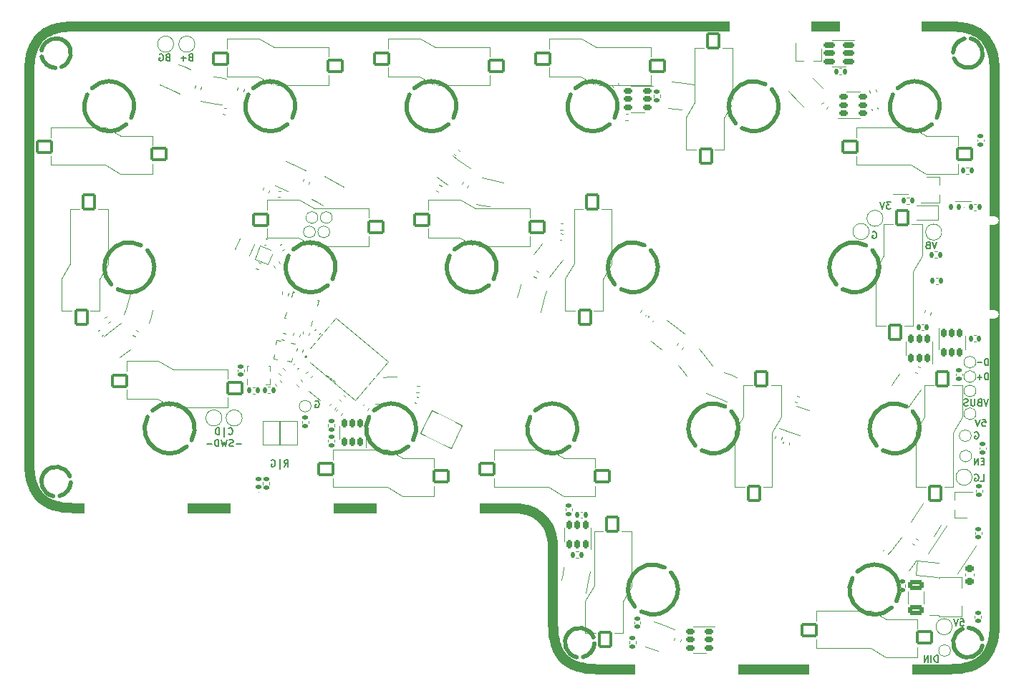
<source format=gbo>
G04 #@! TF.GenerationSoftware,KiCad,Pcbnew,(6.0.11-0)*
G04 #@! TF.CreationDate,2023-02-16T18:45:00+08:00*
G04 #@! TF.ProjectId,Left,4c656674-2e6b-4696-9361-645f70636258,rev?*
G04 #@! TF.SameCoordinates,Original*
G04 #@! TF.FileFunction,Legend,Bot*
G04 #@! TF.FilePolarity,Positive*
%FSLAX46Y46*%
G04 Gerber Fmt 4.6, Leading zero omitted, Abs format (unit mm)*
G04 Created by KiCad (PCBNEW (6.0.11-0)) date 2023-02-16 18:45:00*
%MOMM*%
%LPD*%
G01*
G04 APERTURE LIST*
G04 Aperture macros list*
%AMRoundRect*
0 Rectangle with rounded corners*
0 $1 Rounding radius*
0 $2 $3 $4 $5 $6 $7 $8 $9 X,Y pos of 4 corners*
0 Add a 4 corners polygon primitive as box body*
4,1,4,$2,$3,$4,$5,$6,$7,$8,$9,$2,$3,0*
0 Add four circle primitives for the rounded corners*
1,1,$1+$1,$2,$3*
1,1,$1+$1,$4,$5*
1,1,$1+$1,$6,$7*
1,1,$1+$1,$8,$9*
0 Add four rect primitives between the rounded corners*
20,1,$1+$1,$2,$3,$4,$5,0*
20,1,$1+$1,$4,$5,$6,$7,0*
20,1,$1+$1,$6,$7,$8,$9,0*
20,1,$1+$1,$8,$9,$2,$3,0*%
%AMRotRect*
0 Rectangle, with rotation*
0 The origin of the aperture is its center*
0 $1 length*
0 $2 width*
0 $3 Rotation angle, in degrees counterclockwise*
0 Add horizontal line*
21,1,$1,$2,0,0,$3*%
%AMOutline4P*
0 Free polygon, 4 corners , with rotation*
0 The origin of the aperture is its center*
0 number of corners: always 4*
0 $1 to $8 corner X, Y*
0 $9 Rotation angle, in degrees counterclockwise*
0 create outline with 4 corners*
4,1,4,$1,$2,$3,$4,$5,$6,$7,$8,$1,$2,$9*%
%AMOutline5P*
0 Free polygon, 5 corners , with rotation*
0 The origin of the aperture is its center*
0 number of corners: always 5*
0 $1 to $10 corner X, Y*
0 $11 Rotation angle, in degrees counterclockwise*
0 create outline with 5 corners*
4,1,5,$1,$2,$3,$4,$5,$6,$7,$8,$9,$10,$1,$2,$11*%
%AMOutline6P*
0 Free polygon, 6 corners , with rotation*
0 The origin of the aperture is its center*
0 number of corners: always 6*
0 $1 to $12 corner X, Y*
0 $13 Rotation angle, in degrees counterclockwise*
0 create outline with 6 corners*
4,1,6,$1,$2,$3,$4,$5,$6,$7,$8,$9,$10,$11,$12,$1,$2,$13*%
%AMOutline7P*
0 Free polygon, 7 corners , with rotation*
0 The origin of the aperture is its center*
0 number of corners: always 7*
0 $1 to $14 corner X, Y*
0 $15 Rotation angle, in degrees counterclockwise*
0 create outline with 7 corners*
4,1,7,$1,$2,$3,$4,$5,$6,$7,$8,$9,$10,$11,$12,$13,$14,$1,$2,$15*%
%AMOutline8P*
0 Free polygon, 8 corners , with rotation*
0 The origin of the aperture is its center*
0 number of corners: always 8*
0 $1 to $16 corner X, Y*
0 $17 Rotation angle, in degrees counterclockwise*
0 create outline with 8 corners*
4,1,8,$1,$2,$3,$4,$5,$6,$7,$8,$9,$10,$11,$12,$13,$14,$15,$16,$1,$2,$17*%
%AMFreePoly0*
4,1,6,0.500000,-0.850000,-0.200000,-0.850000,-0.499999,-0.550000,-0.500000,0.850000,0.500000,0.850000,0.500000,-0.850000,0.500000,-0.850000,$1*%
%AMFreePoly1*
4,1,9,1.475000,0.375000,1.050000,0.375000,1.050000,0.775000,0.300000,0.775000,0.300000,-0.250000,-0.250000,-0.250000,-0.250000,1.250000,1.475000,1.250000,1.475000,0.375000,1.475000,0.375000,$1*%
%AMFreePoly2*
4,1,9,3.862500,-0.866500,0.737500,-0.866500,0.737500,-0.450000,-0.737500,-0.450000,-0.737500,0.450000,0.737500,0.450000,0.737500,0.866500,3.862500,0.866500,3.862500,-0.866500,3.862500,-0.866500,$1*%
G04 Aperture macros list end*
%ADD10C,1.200000*%
%ADD11C,0.500000*%
%ADD12C,0.038100*%
%ADD13C,0.150000*%
%ADD14C,0.120000*%
%ADD15C,0.080000*%
%ADD16C,0.100000*%
%ADD17C,0.189307*%
%ADD18RoundRect,0.500000X-0.508653X1.246504X-1.227993X0.551846X0.508653X-1.246504X1.227993X-0.551846X0*%
%ADD19RoundRect,0.500000X0.508653X-1.246504X1.227993X-0.551846X-0.508653X1.246504X-1.227993X0.551846X0*%
%ADD20C,5.100000*%
%ADD21C,3.050000*%
%ADD22RoundRect,0.170000X-0.830000X-0.680000X0.830000X-0.680000X0.830000X0.680000X-0.830000X0.680000X0*%
%ADD23RoundRect,0.170000X0.830000X0.680000X-0.830000X0.680000X-0.830000X-0.680000X0.830000X-0.680000X0*%
%ADD24RoundRect,0.170000X0.680000X-0.830000X0.680000X0.830000X-0.680000X0.830000X-0.680000X-0.830000X0*%
%ADD25RoundRect,0.170000X-0.680000X0.830000X-0.680000X-0.830000X0.680000X-0.830000X0.680000X0.830000X0*%
%ADD26RoundRect,0.500000X-0.486821X1.255191X-1.218175X0.573193X0.486821X-1.255191X1.218175X-0.573193X0*%
%ADD27RoundRect,0.500000X0.486821X-1.255191X1.218175X-0.573193X-0.486821X1.255191X-1.218175X0.573193X0*%
%ADD28RoundRect,0.500000X0.594366X-1.207986X1.263496X-0.464841X-0.594366X1.207986X-1.263496X0.464841X0*%
%ADD29RoundRect,0.500000X-0.594366X1.207986X-1.263496X0.464841X0.594366X-1.207986X1.263496X-0.464841X0*%
%ADD30RoundRect,0.500000X-1.207986X-0.594366X-0.464841X-1.263496X1.207986X0.594366X0.464841X1.263496X0*%
%ADD31RoundRect,0.500000X1.207986X0.594366X0.464841X1.263496X-1.207986X-0.594366X-0.464841X-1.263496X0*%
%ADD32RoundRect,0.500000X-1.168249X0.669100X-1.307422X-0.321168X1.168249X-0.669100X1.307422X0.321168X0*%
%ADD33RoundRect,0.500000X1.168249X-0.669100X1.307422X0.321168X-1.168249X0.669100X-1.307422X-0.321168X0*%
%ADD34RoundRect,0.500000X0.636162X-1.186507X1.278949X-0.420462X-0.636162X1.186507X-1.278949X0.420462X0*%
%ADD35RoundRect,0.500000X-0.636162X1.186507X-1.278949X0.420462X0.636162X-1.186507X1.278949X-0.420462X0*%
%ADD36RoundRect,0.500000X-1.246504X-0.508653X-0.551846X-1.227993X1.246504X0.508653X0.551846X1.227993X0*%
%ADD37RoundRect,0.500000X1.246504X0.508653X0.551846X1.227993X-1.246504X-0.508653X-0.551846X-1.227993X0*%
%ADD38RoundRect,0.500000X0.965194X0.938564X0.051648X1.345300X-0.965194X-0.938564X-0.051648X-1.345300X0*%
%ADD39RoundRect,0.500000X-0.965194X-0.938564X-0.051648X-1.345300X0.965194X0.938564X0.051648X1.345300X0*%
%ADD40RoundRect,0.500000X0.997361X0.904307X0.098567X1.342678X-0.997361X-0.904307X-0.098567X-1.342678X0*%
%ADD41RoundRect,0.500000X-0.997361X-0.904307X-0.098567X-1.342678X0.997361X0.904307X0.098567X1.342678X0*%
%ADD42RoundRect,0.500000X0.737152X-1.126547X1.310728X-0.307395X-0.737152X1.126547X-1.310728X0.307395X0*%
%ADD43RoundRect,0.500000X-0.737152X1.126547X-1.310728X0.307395X0.737152X-1.126547X1.310728X-0.307395X0*%
%ADD44RoundRect,0.500000X-0.677183X1.163582X-1.292844X0.375571X0.677183X-1.163582X1.292844X-0.375571X0*%
%ADD45RoundRect,0.500000X0.677183X-1.163582X1.292844X-0.375571X-0.677183X1.163582X-1.292844X0.375571X0*%
%ADD46RoundRect,0.500000X0.573193X-1.218175X1.255191X-0.486821X-0.573193X1.218175X-1.255191X0.486821X0*%
%ADD47RoundRect,0.500000X-0.573193X1.218175X-1.255191X0.486821X0.573193X-1.218175X1.255191X-0.486821X0*%
%ADD48RoundRect,0.500000X-0.551846X1.227993X-1.246504X0.508653X0.551846X-1.227993X1.246504X-0.508653X0*%
%ADD49RoundRect,0.500000X0.551846X-1.227993X1.246504X-0.508653X-0.551846X1.227993X-1.246504X0.508653X0*%
%ADD50RoundRect,0.135000X-0.152889X0.170514X-0.209025X-0.093586X0.152889X-0.170514X0.209025X0.093586X0*%
%ADD51R,0.500000X0.500000*%
%ADD52RoundRect,0.150000X0.150000X-0.350000X0.150000X0.350000X-0.150000X0.350000X-0.150000X-0.350000X0*%
%ADD53RoundRect,0.140000X-0.137177X0.172286X-0.195393X-0.101596X0.137177X-0.172286X0.195393X0.101596X0*%
%ADD54C,1.000000*%
%ADD55R,0.800000X0.900000*%
%ADD56RoundRect,0.150000X0.183455X0.333683X-0.368153X-0.097280X-0.183455X-0.333683X0.368153X0.097280X0*%
%ADD57RoundRect,0.135000X0.107097X-0.202436X0.225457X0.040239X-0.107097X0.202436X-0.225457X-0.040239X0*%
%ADD58RoundRect,0.135000X0.222332X0.054942X0.015500X0.228495X-0.222332X-0.054942X-0.015500X-0.228495X0*%
%ADD59C,1.500000*%
%ADD60RoundRect,0.150000X0.368153X-0.097280X-0.183455X0.333683X-0.368153X0.097280X0.183455X-0.333683X0*%
%ADD61RoundRect,0.135000X0.146845X-0.175745X0.212164X0.086234X-0.146845X0.175745X-0.212164X-0.086234X0*%
%ADD62RoundRect,0.140000X-0.051308X-0.214167X0.200354X-0.091423X0.051308X0.214167X-0.200354X0.091423X0*%
%ADD63RoundRect,0.140000X-0.157003X-0.154435X0.121463X-0.183703X0.157003X0.154435X-0.121463X0.183703X0*%
%ADD64RoundRect,0.140000X0.193489X0.105176X-0.066123X0.210066X-0.193489X-0.105176X0.066123X-0.210066X0*%
%ADD65R,0.800000X0.540000*%
%ADD66R,0.800000X0.300000*%
%ADD67O,2.200000X1.000000*%
%ADD68O,1.800000X1.000000*%
%ADD69RoundRect,0.150000X0.086944X-0.370730X0.208498X0.318635X-0.086944X0.370730X-0.208498X-0.318635X0*%
%ADD70RoundRect,0.150000X0.371324X-0.084372X-0.194988X0.327077X-0.371324X0.084372X0.194988X-0.327077X0*%
%ADD71RotRect,0.550000X0.250000X320.000000*%
%ADD72RotRect,0.550000X0.250000X140.000000*%
%ADD73FreePoly0,320.000000*%
%ADD74RoundRect,0.150000X0.058265X0.376305X-0.312679X-0.217329X-0.058265X-0.376305X0.312679X0.217329X0*%
%ADD75RoundRect,0.135000X-0.135000X-0.185000X0.135000X-0.185000X0.135000X0.185000X-0.135000X0.185000X0*%
%ADD76RoundRect,0.150000X0.097280X0.368153X-0.333683X-0.183455X-0.097280X-0.368153X0.333683X0.183455X0*%
%ADD77RoundRect,0.150000X-0.380751X0.005326X0.258730X-0.279390X0.380751X-0.005326X-0.258730X0.279390X0*%
%ADD78RoundRect,0.135000X-0.228896X-0.007516X-0.062668X-0.220279X0.228896X0.007516X0.062668X0.220279X0*%
%ADD79RoundRect,0.135000X0.135000X0.185000X-0.135000X0.185000X-0.135000X-0.185000X0.135000X-0.185000X0*%
%ADD80RoundRect,0.147500X0.172500X-0.147500X0.172500X0.147500X-0.172500X0.147500X-0.172500X-0.147500X0*%
%ADD81RoundRect,0.150000X-0.097280X-0.368153X0.333683X0.183455X0.097280X0.368153X-0.333683X-0.183455X0*%
%ADD82RoundRect,0.140000X0.172286X0.137177X-0.101596X0.195393X-0.172286X-0.137177X0.101596X-0.195393X0*%
%ADD83RoundRect,0.135000X0.047149X-0.224114X0.227814X-0.023465X-0.047149X0.224114X-0.227814X0.023465X0*%
%ADD84RoundRect,0.140000X0.047769X-0.214984X0.220154X0.005659X-0.047769X0.214984X-0.220154X-0.005659X0*%
%ADD85RoundRect,0.135000X0.141374X0.180176X-0.128461X0.189599X-0.141374X-0.180176X0.128461X-0.189599X0*%
%ADD86RoundRect,0.150000X0.378109X-0.045096X-0.228109X0.304904X-0.378109X0.045096X0.228109X-0.304904X0*%
%ADD87RoundRect,0.140000X0.216520X0.040237X0.002028X0.220218X-0.216520X-0.040237X-0.002028X-0.220218X0*%
%ADD88RoundRect,0.135000X0.164411X-0.159433X0.201988X0.107939X-0.164411X0.159433X-0.201988X-0.107939X0*%
%ADD89RoundRect,0.150000X0.350000X0.150000X-0.350000X0.150000X-0.350000X-0.150000X0.350000X-0.150000X0*%
%ADD90RoundRect,0.135000X0.212522X0.085350X-0.016451X0.228428X-0.212522X-0.085350X0.016451X-0.228428X0*%
%ADD91RoundRect,0.140000X-0.170000X0.140000X-0.170000X-0.140000X0.170000X-0.140000X0.170000X0.140000X0*%
%ADD92RoundRect,0.135000X-0.054942X0.222332X-0.228495X0.015500X0.054942X-0.222332X0.228495X-0.015500X0*%
%ADD93R,0.900000X0.800000*%
%ADD94RoundRect,0.135000X-0.185000X0.135000X-0.185000X-0.135000X0.185000X-0.135000X0.185000X0.135000X0*%
%ADD95RoundRect,0.135000X0.185000X-0.135000X0.185000X0.135000X-0.185000X0.135000X-0.185000X-0.135000X0*%
%ADD96RoundRect,0.140000X-0.013339X-0.219823X0.213186X-0.055243X0.013339X0.219823X-0.213186X0.055243X0*%
%ADD97RoundRect,0.140000X-0.047769X0.214984X-0.220154X-0.005659X0.047769X-0.214984X0.220154X0.005659X0*%
%ADD98RoundRect,0.135000X0.175745X0.146845X-0.086234X0.212164X-0.175745X-0.146845X0.086234X-0.212164X0*%
%ADD99RoundRect,0.140000X0.170000X-0.140000X0.170000X0.140000X-0.170000X0.140000X-0.170000X-0.140000X0*%
%ADD100RoundRect,0.135000X-0.228428X0.016451X-0.085350X-0.212522X0.228428X-0.016451X0.085350X0.212522X0*%
%ADD101RoundRect,0.135000X0.215371X0.077881X-0.008469X0.228863X-0.215371X-0.077881X0.008469X-0.228863X0*%
%ADD102FreePoly1,270.000000*%
%ADD103FreePoly1,90.000000*%
%ADD104RoundRect,0.135000X0.198575X0.114096X-0.048082X0.223915X-0.198575X-0.114096X0.048082X-0.223915X0*%
%ADD105Outline4P,-0.225000X0.475000X0.225000X0.475000X0.225000X-0.475000X-0.225000X-0.475000X64.000000*%
%ADD106Outline6P,-0.225000X0.537500X-0.112500X0.650000X0.225000X0.650000X0.225000X-0.650000X-0.112500X-0.650000X-0.225000X-0.537500X334.000000*%
%ADD107Outline6P,-0.225000X1.037500X-0.112500X1.150000X0.225000X1.150000X0.225000X-1.150000X-0.112500X-1.150000X-0.225000X-1.037500X244.000000*%
%ADD108Outline6P,-0.225000X0.537500X-0.112500X0.650000X0.225000X0.650000X0.225000X-0.650000X-0.112500X-0.650000X-0.225000X-0.537500X154.000000*%
%ADD109Outline6P,-0.225000X1.037500X-0.112500X1.150000X0.225000X1.150000X0.225000X-1.150000X-0.112500X-1.150000X-0.225000X-1.037500X64.000000*%
%ADD110RoundRect,0.087500X0.025277X-0.205362X0.141158X0.151284X-0.025277X0.205362X-0.141158X-0.151284X0*%
%ADD111RoundRect,0.087500X0.151284X-0.141158X0.205362X0.025277X-0.151284X0.141158X-0.205362X-0.025277X0*%
%ADD112RoundRect,0.135000X0.140622X-0.180763X0.215044X0.078777X-0.140622X0.180763X-0.215044X-0.078777X0*%
%ADD113RoundRect,0.150000X-0.350000X-0.150000X0.350000X-0.150000X0.350000X0.150000X-0.350000X0.150000X0*%
%ADD114RoundRect,0.150000X0.380751X-0.005326X-0.258730X0.279390X-0.380751X0.005326X0.258730X-0.279390X0*%
%ADD115RotRect,0.375000X0.350000X170.000000*%
%ADD116RotRect,0.375000X0.350000X80.000000*%
%ADD117RoundRect,0.150000X-0.084372X-0.371324X0.327077X0.194988X0.084372X0.371324X-0.327077X-0.194988X0*%
%ADD118R,0.350000X0.500000*%
%ADD119C,0.310000*%
%ADD120RoundRect,0.140000X-0.140000X-0.170000X0.140000X-0.170000X0.140000X0.170000X-0.140000X0.170000X0*%
%ADD121RoundRect,0.150000X-0.150000X0.350000X-0.150000X-0.350000X0.150000X-0.350000X0.150000X0.350000X0*%
%ADD122RoundRect,0.150000X-0.351031X0.147570X0.135229X-0.355968X0.351031X-0.147570X-0.135229X0.355968X0*%
%ADD123RoundRect,0.150000X0.333683X-0.183455X-0.097280X0.368153X-0.333683X0.183455X0.097280X-0.368153X0*%
%ADD124RoundRect,0.150000X0.367470X0.099830X-0.325718X0.197251X-0.367470X-0.099830X0.325718X-0.197251X0*%
%ADD125RoundRect,0.140000X-0.202004X0.087718X-0.124825X-0.181435X0.202004X-0.087718X0.124825X0.181435X0*%
%ADD126RoundRect,0.140000X0.207631X-0.073414X0.111865X0.189700X-0.207631X0.073414X-0.111865X-0.189700X0*%
%ADD127RoundRect,0.135000X0.152889X-0.170514X0.209025X0.093586X-0.152889X0.170514X-0.209025X-0.093586X0*%
%ADD128RoundRect,0.225000X-0.250000X0.225000X-0.250000X-0.225000X0.250000X-0.225000X0.250000X0.225000X0*%
%ADD129RoundRect,0.135000X0.194472X0.120957X-0.055868X0.222101X-0.194472X-0.120957X0.055868X-0.222101X0*%
%ADD130RoundRect,0.135000X0.062668X-0.220279X0.228896X-0.007516X-0.062668X0.220279X-0.228896X0.007516X0*%
%ADD131RoundRect,0.150000X0.512500X0.150000X-0.512500X0.150000X-0.512500X-0.150000X0.512500X-0.150000X0*%
%ADD132R,1.060000X0.650000*%
%ADD133RoundRect,0.147500X0.147500X0.172500X-0.147500X0.172500X-0.147500X-0.172500X0.147500X-0.172500X0*%
%ADD134RoundRect,0.140000X-0.172286X-0.137177X0.101596X-0.195393X0.172286X0.137177X-0.101596X0.195393X0*%
%ADD135RoundRect,0.135000X0.206050X0.099967X-0.032346X0.226724X-0.206050X-0.099967X0.032346X-0.226724X0*%
%ADD136RoundRect,0.135000X-0.099967X0.206050X-0.226724X-0.032346X0.099967X-0.206050X0.226724X0.032346X0*%
%ADD137RoundRect,0.135000X0.008469X0.228863X-0.215371X0.077881X-0.008469X-0.228863X0.215371X-0.077881X0*%
%ADD138RoundRect,0.150000X-0.380705X-0.007965X0.268323X-0.270190X0.380705X0.007965X-0.268323X0.270190X0*%
%ADD139RoundRect,0.135000X-0.062668X0.220279X-0.228896X0.007516X0.062668X-0.220279X0.228896X-0.007516X0*%
%ADD140Outline5P,-0.200000X0.260000X-0.160000X0.300000X0.200000X0.300000X0.200000X-0.300000X-0.200000X-0.300000X230.000000*%
%ADD141Outline5P,-1.700000X1.810000X-1.360000X2.150000X1.700000X2.150000X1.700000X-2.150000X-1.700000X-2.150000X320.000000*%
%ADD142RoundRect,0.135000X0.031401X-0.226857X0.225623X-0.039299X-0.031401X0.226857X-0.225623X0.039299X0*%
%ADD143RoundRect,0.135000X-0.190132X-0.127670X0.063585X-0.220016X0.190132X0.127670X-0.063585X0.220016X0*%
%ADD144RoundRect,0.135000X-0.198575X-0.114096X0.048082X-0.223915X0.198575X0.114096X-0.048082X0.223915X0*%
%ADD145RoundRect,0.150000X-0.370730X-0.086944X0.318635X-0.208498X0.370730X0.086944X-0.318635X0.208498X0*%
%ADD146RoundRect,0.135000X0.070317X-0.217958X0.229019X0.000477X-0.070317X0.217958X-0.229019X-0.000477X0*%
%ADD147RoundRect,0.150000X-0.344552X-0.162123X0.355022X-0.137694X0.344552X0.162123X-0.355022X0.137694X0*%
%ADD148R,1.300000X0.900000*%
%ADD149FreePoly2,0.000000*%
%ADD150RoundRect,0.250000X-0.650000X0.325000X-0.650000X-0.325000X0.650000X-0.325000X0.650000X0.325000X0*%
%ADD151RoundRect,0.150000X-0.380195X-0.021247X0.277589X-0.260661X0.380195X0.021247X-0.277589X0.260661X0*%
%ADD152RoundRect,0.140000X-0.002028X0.220218X-0.216520X0.040237X0.002028X-0.220218X0.216520X-0.040237X0*%
%ADD153RotRect,0.500000X0.500000X354.000000*%
%ADD154RoundRect,0.135000X-0.114096X0.198575X-0.223915X-0.048082X0.114096X-0.198575X0.223915X0.048082X0*%
%ADD155RoundRect,0.140000X-0.216520X-0.040237X-0.002028X-0.220218X0.216520X0.040237X0.002028X0.220218X0*%
%ADD156RoundRect,0.135000X0.153598X0.169875X-0.114923X0.198098X-0.153598X-0.169875X0.114923X-0.198098X0*%
%ADD157RotRect,1.200000X3.700000X236.000000*%
%ADD158RoundRect,0.140000X-0.040237X0.216520X-0.220218X0.002028X0.040237X-0.216520X0.220218X-0.002028X0*%
%ADD159RoundRect,0.150000X0.060872X-0.375892X0.230217X0.303315X-0.060872X0.375892X-0.230217X-0.303315X0*%
%ADD160RoundRect,0.140000X0.181435X0.124825X-0.087718X0.202004X-0.181435X-0.124825X0.087718X-0.202004X0*%
%ADD161RoundRect,0.250000X0.443861X-0.539693X0.698071X0.031273X-0.443861X0.539693X-0.698071X-0.031273X0*%
%ADD162RoundRect,0.150000X-0.034503X0.379222X-0.250814X-0.286517X0.034503X-0.379222X0.250814X0.286517X0*%
%ADD163RoundRect,0.150000X0.380195X0.021247X-0.277589X0.260661X-0.380195X-0.021247X0.277589X-0.260661X0*%
%ADD164RoundRect,0.135000X-0.201988X0.107939X-0.164411X-0.159433X0.201988X-0.107939X0.164411X0.159433X0*%
%ADD165RoundRect,0.150000X0.373538X0.073953X-0.311165X0.219491X-0.373538X-0.073953X0.311165X-0.219491X0*%
G04 APERTURE END LIST*
D10*
X155712691Y-126422036D02*
X155757913Y-126489995D01*
X157889818Y-142461975D02*
X157943638Y-142510036D01*
X95394281Y-69469236D02*
X95157229Y-69892197D01*
X156280826Y-127682539D02*
X156325860Y-127863500D01*
X208374863Y-140735215D02*
X208509084Y-140207110D01*
X153832712Y-124940315D02*
X154105554Y-125055349D01*
X205889845Y-143265373D02*
X205967671Y-143239048D01*
X98006420Y-67804394D02*
X97478269Y-67938631D01*
X156380167Y-128101909D02*
X156424361Y-128339166D01*
X95864254Y-68877798D02*
X95802390Y-68939844D01*
X157664045Y-142236202D02*
X157714909Y-142287221D01*
X94974478Y-70345786D02*
X94948157Y-70423614D01*
X95100125Y-70021237D02*
X94974478Y-70345786D01*
X96878671Y-68170756D02*
X96455711Y-68407809D01*
X208611495Y-139646705D02*
X208621970Y-139560441D01*
X95926322Y-68815915D02*
X95864254Y-68877798D01*
X207373627Y-68815915D02*
X207322635Y-68765074D01*
X157838809Y-142411125D02*
X157889818Y-142461975D01*
X206844234Y-142819245D02*
X207227577Y-142546846D01*
X208633458Y-71761197D02*
X208621970Y-71666592D01*
X207905671Y-141757813D02*
X208142725Y-141334851D01*
X156533908Y-138960511D02*
X156578998Y-139465860D01*
X157776776Y-142349274D02*
X157838809Y-142411125D01*
D11*
X99377533Y-120788395D02*
G75*
G03*
X97411129Y-123134092I-1630633J-630105D01*
G01*
D10*
X94925098Y-121685250D02*
X94948152Y-121753426D01*
X156194146Y-127400263D02*
X156280826Y-127682539D01*
X95703495Y-69044656D02*
X95666662Y-69085910D01*
D11*
X205143689Y-69059162D02*
G75*
G03*
X203807214Y-70670886I409011J-1699138D01*
G01*
D10*
X207633284Y-69085909D02*
X207596444Y-69044648D01*
X207435689Y-142349258D02*
X207497561Y-142287199D01*
X204046933Y-67634928D02*
X203291451Y-67613524D01*
X207268821Y-68717026D02*
X207227564Y-68680189D01*
X160565605Y-143535554D02*
X160660173Y-143547041D01*
X206844238Y-68407807D02*
X206421278Y-68170754D01*
X156512500Y-138205025D02*
X156533908Y-138960511D01*
X157012631Y-141205812D02*
X157069734Y-141334848D01*
X155757913Y-126489995D02*
X155851289Y-126641731D01*
X159918922Y-143422655D02*
X160479355Y-143525074D01*
X208699950Y-138205025D02*
X208699950Y-100660524D01*
X160660173Y-143547041D02*
X161165515Y-143592120D01*
X98653080Y-124485553D02*
X98747682Y-124497042D01*
X156600955Y-139646683D02*
X156703374Y-140207104D01*
X207548399Y-68990838D02*
X207497561Y-68939850D01*
G36*
X203291451Y-143013524D02*
G01*
X198962452Y-143013524D01*
X198962452Y-144213524D01*
X203291451Y-144213524D01*
X203291451Y-143013524D01*
G37*
X155337681Y-125940177D02*
X155449504Y-126064044D01*
X155135941Y-125738437D02*
X155236764Y-125839260D01*
X98747669Y-67680018D02*
X98653058Y-67691506D01*
X208142719Y-69892195D02*
X207905666Y-69469235D01*
X157069734Y-141334848D02*
X157306787Y-141757813D01*
X208678545Y-72266540D02*
X208633458Y-71761197D01*
G36*
X166233452Y-143013524D02*
G01*
X161904453Y-143013524D01*
X161904453Y-144213524D01*
X166233452Y-144213524D01*
X166233452Y-143013524D01*
G37*
X208351790Y-140803425D02*
X208374863Y-140735215D01*
X154105554Y-125055349D02*
X154253933Y-125125713D01*
X99253014Y-67634930D02*
X98747669Y-67680018D01*
X153212677Y-124750199D02*
X153393164Y-124795215D01*
X95666662Y-69085910D02*
X95394281Y-69469236D01*
X98566825Y-124475078D02*
X98653080Y-124485553D01*
X94600000Y-119155026D02*
X94621406Y-119910514D01*
X98566829Y-67701977D02*
X98006420Y-67804394D01*
X156703374Y-140207104D02*
X156837608Y-140735257D01*
X207435684Y-68877789D02*
X207373627Y-68815915D01*
G36*
X203291903Y-67013526D02*
G01*
X200057905Y-67013526D01*
X200057905Y-68213524D01*
X203291903Y-68213524D01*
X203291903Y-67013526D01*
G37*
X206292248Y-143113394D02*
X206421287Y-143056295D01*
X204733116Y-143525072D02*
X205293527Y-143422661D01*
X205293527Y-143422661D02*
X205821679Y-143288420D01*
X206421287Y-143056295D02*
X206844234Y-142819245D01*
X207227564Y-68680189D02*
X206844238Y-68407807D01*
G36*
X151454955Y-123963524D02*
G01*
X147825956Y-123963524D01*
X147825956Y-125163524D01*
X151454955Y-125163524D01*
X151454955Y-123963524D01*
G37*
X97478269Y-67938631D02*
X97410076Y-67961688D01*
X95864258Y-123299254D02*
X95926337Y-123361146D01*
X97332251Y-67988005D02*
X97007710Y-68113653D01*
X204733123Y-67701975D02*
X204646881Y-67691503D01*
X94925101Y-70491803D02*
X94790866Y-71019945D01*
X153393164Y-124795215D02*
X153675649Y-124881837D01*
X159244777Y-143239048D02*
X159322596Y-143265369D01*
X94666485Y-71761199D02*
X94621403Y-72266539D01*
X155851289Y-126641731D02*
X155950311Y-126822091D01*
X207373632Y-142411127D02*
X207435689Y-142349258D01*
X95977321Y-68765067D02*
X95926322Y-68815915D01*
X94790866Y-71019945D02*
X94688450Y-71580365D01*
X96072376Y-123496858D02*
X96455720Y-123769248D01*
X208351787Y-70423605D02*
X208325469Y-70345773D01*
X206292237Y-68113650D02*
X205967700Y-67988004D01*
X96031116Y-68717032D02*
X95977321Y-68765067D01*
D11*
X204924840Y-138836036D02*
G75*
G03*
X207270520Y-140802393I630060J-1630664D01*
G01*
D10*
X95666663Y-123091143D02*
X95703519Y-123132419D01*
X207322626Y-142461980D02*
X207373632Y-142411127D01*
G36*
X101069953Y-123963524D02*
G01*
X100091952Y-123963524D01*
X100091952Y-125163524D01*
X101069953Y-125163524D01*
X101069953Y-123963524D01*
G37*
X94974477Y-121831258D02*
X95100128Y-122155818D01*
X156578998Y-139465860D02*
X156590482Y-139560461D01*
X207596445Y-142182393D02*
X207633304Y-142141118D01*
X153675649Y-124881837D02*
X153832712Y-124940315D01*
X208325469Y-70345773D02*
X208199823Y-70021236D01*
X156860667Y-140803452D02*
X156886982Y-140881272D01*
D11*
X98156258Y-123117893D02*
G75*
G03*
X99492732Y-121506163I-408958J1699093D01*
G01*
D10*
X100008498Y-67613524D02*
X99253014Y-67634930D01*
X155011991Y-125626529D02*
X155135941Y-125738437D01*
X156886982Y-140881272D02*
X157012631Y-141205812D01*
X95703519Y-123132419D02*
X95751546Y-123186220D01*
X155607533Y-126270026D02*
X155712691Y-126422036D01*
X98006420Y-124372667D02*
X98566825Y-124475078D01*
X206421278Y-68170754D02*
X206292237Y-68113650D01*
D11*
X160068759Y-142167893D02*
G75*
G03*
X161405232Y-140556163I-408959J1699093D01*
G01*
D12*
X155742174Y-128002592D02*
X155732393Y-127963204D01*
X155722379Y-127924023D01*
X155712130Y-127885050D01*
X155701646Y-127846285D01*
X155690927Y-127807728D01*
X155679973Y-127769379D01*
X155668783Y-127731238D01*
X155657357Y-127693305D01*
X155645694Y-127655580D01*
X155633795Y-127618064D01*
X155625731Y-127593169D01*
D10*
X156325860Y-127863500D02*
X156380167Y-128101909D01*
X95100128Y-122155818D02*
X95157235Y-122284863D01*
X151986476Y-124573975D02*
X152054656Y-124577363D01*
X208325466Y-140881290D02*
X208351790Y-140803425D01*
X98747682Y-124497042D02*
X99253021Y-124542132D01*
X158368212Y-142819242D02*
X158791169Y-143056292D01*
X160479355Y-143525074D02*
X160565605Y-143535554D01*
X94621403Y-72266539D02*
X94600000Y-73022021D01*
X154434293Y-125224735D02*
X154586029Y-125318111D01*
X154586029Y-125318111D02*
X154653988Y-125363333D01*
X208611498Y-71580350D02*
X208509083Y-71019945D01*
X208199823Y-70021236D02*
X208142719Y-69892195D01*
X95394282Y-122707822D02*
X95666663Y-123091143D01*
X204646883Y-143535547D02*
X204733116Y-143525072D01*
X208142725Y-141334851D02*
X208199826Y-141205815D01*
X99253021Y-124542132D02*
X100008493Y-124563524D01*
G36*
X186762451Y-143013524D02*
G01*
X178433452Y-143013524D01*
X178433452Y-144213524D01*
X186762451Y-144213524D01*
X186762451Y-143013524D01*
G37*
X157943638Y-142510036D02*
X157984884Y-142546861D01*
X156512500Y-129563524D02*
X156512500Y-138205025D01*
G36*
X177417905Y-67013524D02*
G01*
X99991953Y-67013524D01*
X99991953Y-68213524D01*
X177417905Y-68213524D01*
X177417905Y-67013524D01*
G37*
X208509083Y-71019945D02*
X208374848Y-70491805D01*
X152974115Y-124695857D02*
X153212677Y-124750199D01*
X96455711Y-68407809D02*
X96072371Y-68680202D01*
X208699950Y-91516524D02*
X208699949Y-73022022D01*
X156424361Y-128339166D02*
X156448747Y-128513905D01*
X208509084Y-140207110D02*
X208611495Y-139646705D01*
X94677973Y-71666618D02*
X94666485Y-71761199D01*
X97332236Y-124189052D02*
X97410072Y-124215366D01*
X205821668Y-67938625D02*
X205293528Y-67804390D01*
D11*
X96045593Y-71169792D02*
G75*
G03*
X97657358Y-72506254I1699107J408992D01*
G01*
D10*
X94948157Y-70423614D02*
X94925101Y-70491803D01*
X97007710Y-124063398D02*
X97332236Y-124189052D01*
X151512500Y-124563524D02*
X151641589Y-124563524D01*
X97478287Y-124238433D02*
X98006420Y-124372667D01*
X156020675Y-126970470D02*
X156135709Y-127243312D01*
X161165515Y-143592120D02*
X161920998Y-143613524D01*
X96072371Y-68680202D02*
X96031116Y-68717032D01*
X203291451Y-143613524D02*
X204046927Y-143592117D01*
X94790866Y-121157113D02*
X94925098Y-121685250D01*
D11*
X98375105Y-72391006D02*
G75*
G03*
X96029429Y-70424654I-630105J1630606D01*
G01*
D10*
X207548388Y-142236224D02*
X207596445Y-142182393D01*
X156837608Y-140735257D02*
X156860667Y-140803452D01*
X157984884Y-142546861D02*
X158368212Y-142819242D01*
X208699949Y-73022022D02*
X208678545Y-72266540D01*
X152054656Y-124577363D02*
X152232177Y-124591432D01*
X95977333Y-123411997D02*
X96031130Y-123460033D01*
X96031130Y-123460033D02*
X96072376Y-123496858D01*
X155449504Y-126064044D02*
X155607533Y-126270026D01*
X207497561Y-68939850D02*
X207435684Y-68877789D01*
X95157229Y-69892197D02*
X95100125Y-70021237D01*
X155236764Y-125839260D02*
X155337681Y-125940177D01*
X152736858Y-124651663D02*
X152974115Y-124695857D01*
X157616011Y-142182410D02*
X157664045Y-142236202D01*
D11*
X203922526Y-71388608D02*
G75*
G03*
X205888817Y-69042953I1630574J630108D01*
G01*
D10*
X207905666Y-69469235D02*
X207633284Y-69085909D01*
X97410076Y-67961688D02*
X97332251Y-67988005D01*
X204646881Y-67691503D02*
X204552276Y-67680015D01*
X97007710Y-68113653D02*
X96878671Y-68170756D01*
X94621406Y-119910514D02*
X94666495Y-120415869D01*
X98653058Y-67691506D02*
X98566829Y-67701977D01*
X156135709Y-127243312D02*
X156194146Y-127400263D01*
X95802390Y-68939844D02*
X95751551Y-68990837D01*
X208633462Y-139465837D02*
X208678542Y-138960507D01*
X207268826Y-142510021D02*
X207322626Y-142461980D01*
X94600000Y-73022021D02*
X94600000Y-119155026D01*
X207227577Y-142546846D02*
X207268826Y-142510021D01*
D13*
X199865614Y-140074703D02*
X199865613Y-139674704D01*
D10*
X156498661Y-129021368D02*
X156502049Y-129089548D01*
X159322596Y-143265369D02*
X159390777Y-143288421D01*
X95751546Y-123186220D02*
X95802372Y-123237186D01*
X94677981Y-120510476D02*
X94688450Y-120596717D01*
X95751551Y-68990837D02*
X95703495Y-69044656D01*
X208621970Y-71666592D02*
X208611498Y-71580350D01*
X154653988Y-125363333D02*
X154805998Y-125468491D01*
X208621970Y-139560441D02*
X208633462Y-139465837D01*
X207322635Y-68765074D02*
X207268821Y-68717026D01*
D13*
X200265613Y-140074702D02*
X199865614Y-140074703D01*
D10*
X157714909Y-142287221D02*
X157776776Y-142349274D01*
X94688450Y-71580365D02*
X94677973Y-71666618D01*
D11*
X161290034Y-139838395D02*
G75*
G03*
X159323629Y-142184093I-1630634J-630105D01*
G01*
D10*
X152562119Y-124627277D02*
X152736858Y-124651663D01*
X205293528Y-67804390D02*
X204733123Y-67701975D01*
X96878650Y-124006297D02*
X97007710Y-124063398D01*
X207497561Y-142287199D02*
X207548388Y-142236224D01*
X208678542Y-138960507D02*
X208699950Y-138205025D01*
X94688450Y-120596717D02*
X94790866Y-121157113D01*
X94666495Y-120415869D02*
X94677981Y-120510476D01*
X158791169Y-143056292D02*
X158920211Y-143113393D01*
G36*
X118347955Y-123963524D02*
G01*
X113269954Y-123963524D01*
X113269954Y-125163524D01*
X118347955Y-125163524D01*
X118347955Y-123963524D01*
G37*
X155950311Y-126822091D02*
X156020675Y-126970470D01*
X204552294Y-143547027D02*
X204646883Y-143535547D01*
X205821679Y-143288420D02*
X205889845Y-143265373D01*
X156484592Y-128843847D02*
X156498661Y-129021368D01*
X204046927Y-143592117D02*
X204552294Y-143547027D01*
G36*
X190417905Y-67013526D02*
G01*
X187057905Y-67013526D01*
X187057905Y-68213524D01*
X190417905Y-68213524D01*
X190417905Y-67013526D01*
G37*
X97410072Y-124215366D02*
X97478287Y-124238433D01*
X95802372Y-123237186D02*
X95864258Y-123299254D01*
X207596444Y-69044648D02*
X207548399Y-68990838D01*
X152232177Y-124591432D02*
X152562119Y-124627277D01*
X205889868Y-67961686D02*
X205821668Y-67938625D01*
X96455720Y-123769248D02*
X96878650Y-124006297D01*
X156590482Y-139560461D02*
X156600955Y-139646683D01*
X157306787Y-141757813D02*
X157579186Y-142141159D01*
X156448747Y-128513905D02*
X156484592Y-128843847D01*
X95926337Y-123361146D02*
X95977333Y-123411997D01*
X208699950Y-100660524D02*
X208699950Y-91516524D01*
X207633304Y-142141118D02*
X207905671Y-141757813D01*
X95157235Y-122284863D02*
X95394282Y-122707822D01*
G36*
X135625955Y-123963524D02*
G01*
X130547954Y-123963524D01*
X130547954Y-125163524D01*
X135625955Y-125163524D01*
X135625955Y-123963524D01*
G37*
X205967700Y-67988004D02*
X205889868Y-67961686D01*
X154805998Y-125468491D02*
X155011991Y-125626529D01*
X204552276Y-67680015D02*
X204046933Y-67634928D01*
X156512500Y-129434435D02*
X156512500Y-129563524D01*
X156502049Y-129089548D02*
X156512500Y-129434435D01*
X205967671Y-143239048D02*
X206292248Y-143113394D01*
X208199826Y-141205815D02*
X208325466Y-140881290D01*
X157579186Y-142141159D02*
X157616011Y-142182410D01*
X94948152Y-121753426D02*
X94974477Y-121831258D01*
X159390777Y-143288421D02*
X159918922Y-143422655D01*
X154253933Y-125125713D02*
X154434293Y-125224735D01*
D11*
X207254354Y-140057254D02*
G75*
G03*
X205642589Y-138720790I-1699154J-409046D01*
G01*
D10*
X158920211Y-143113393D02*
X159244777Y-143239048D01*
X208374848Y-70491805D02*
X208351787Y-70423605D01*
X151641589Y-124563524D02*
X151986476Y-124573975D01*
D13*
X207252380Y-114061904D02*
X207633333Y-114061904D01*
X207671428Y-114442857D01*
X207633333Y-114404761D01*
X207557142Y-114366666D01*
X207366666Y-114366666D01*
X207290476Y-114404761D01*
X207252380Y-114442857D01*
X207214285Y-114519047D01*
X207214285Y-114709523D01*
X207252380Y-114785714D01*
X207290476Y-114823809D01*
X207366666Y-114861904D01*
X207557142Y-114861904D01*
X207633333Y-114823809D01*
X207671428Y-114785714D01*
X206985714Y-114061904D02*
X206719047Y-114861904D01*
X206452380Y-114061904D01*
X207052380Y-121361904D02*
X207433333Y-121361904D01*
X207433333Y-120561904D01*
X206366666Y-120600000D02*
X206442857Y-120561904D01*
X206557142Y-120561904D01*
X206671428Y-120600000D01*
X206747619Y-120676190D01*
X206785714Y-120752380D01*
X206823809Y-120904761D01*
X206823809Y-121019047D01*
X206785714Y-121171428D01*
X206747619Y-121247619D01*
X206671428Y-121323809D01*
X206557142Y-121361904D01*
X206480952Y-121361904D01*
X206366666Y-121323809D01*
X206328571Y-121285714D01*
X206328571Y-121019047D01*
X206480952Y-121019047D01*
X128390476Y-111900000D02*
X128466666Y-111861904D01*
X128580952Y-111861904D01*
X128695238Y-111900000D01*
X128771428Y-111976190D01*
X128809523Y-112052380D01*
X128847619Y-112204761D01*
X128847619Y-112319047D01*
X128809523Y-112471428D01*
X128771428Y-112547619D01*
X128695238Y-112623809D01*
X128580952Y-112661904D01*
X128504761Y-112661904D01*
X128390476Y-112623809D01*
X128352380Y-112585714D01*
X128352380Y-112319047D01*
X128504761Y-112319047D01*
X194290476Y-91900000D02*
X194366666Y-91861904D01*
X194480952Y-91861904D01*
X194595238Y-91900000D01*
X194671428Y-91976190D01*
X194709523Y-92052380D01*
X194747619Y-92204761D01*
X194747619Y-92319047D01*
X194709523Y-92471428D01*
X194671428Y-92547619D01*
X194595238Y-92623809D01*
X194480952Y-92661904D01*
X194404761Y-92661904D01*
X194290476Y-92623809D01*
X194252380Y-92585714D01*
X194252380Y-92319047D01*
X194404761Y-92319047D01*
X110942857Y-71242857D02*
X110828571Y-71280952D01*
X110790476Y-71319047D01*
X110752380Y-71395238D01*
X110752380Y-71509523D01*
X110790476Y-71585714D01*
X110828571Y-71623809D01*
X110904761Y-71661904D01*
X111209523Y-71661904D01*
X111209523Y-70861904D01*
X110942857Y-70861904D01*
X110866666Y-70900000D01*
X110828571Y-70938095D01*
X110790476Y-71014285D01*
X110790476Y-71090476D01*
X110828571Y-71166666D01*
X110866666Y-71204761D01*
X110942857Y-71242857D01*
X111209523Y-71242857D01*
X109990476Y-70900000D02*
X110066666Y-70861904D01*
X110180952Y-70861904D01*
X110295238Y-70900000D01*
X110371428Y-70976190D01*
X110409523Y-71052380D01*
X110447619Y-71204761D01*
X110447619Y-71319047D01*
X110409523Y-71471428D01*
X110371428Y-71547619D01*
X110295238Y-71623809D01*
X110180952Y-71661904D01*
X110104761Y-71661904D01*
X109990476Y-71623809D01*
X109952380Y-71585714D01*
X109952380Y-71319047D01*
X110104761Y-71319047D01*
X207966666Y-111661904D02*
X207700000Y-112461904D01*
X207433333Y-111661904D01*
X206900000Y-112042857D02*
X206785714Y-112080952D01*
X206747619Y-112119047D01*
X206709523Y-112195238D01*
X206709523Y-112309523D01*
X206747619Y-112385714D01*
X206785714Y-112423809D01*
X206861904Y-112461904D01*
X207166666Y-112461904D01*
X207166666Y-111661904D01*
X206900000Y-111661904D01*
X206823809Y-111700000D01*
X206785714Y-111738095D01*
X206747619Y-111814285D01*
X206747619Y-111890476D01*
X206785714Y-111966666D01*
X206823809Y-112004761D01*
X206900000Y-112042857D01*
X207166666Y-112042857D01*
X206366666Y-111661904D02*
X206366666Y-112309523D01*
X206328571Y-112385714D01*
X206290476Y-112423809D01*
X206214285Y-112461904D01*
X206061904Y-112461904D01*
X205985714Y-112423809D01*
X205947619Y-112385714D01*
X205909523Y-112309523D01*
X205909523Y-111661904D01*
X205566666Y-112423809D02*
X205452380Y-112461904D01*
X205261904Y-112461904D01*
X205185714Y-112423809D01*
X205147619Y-112385714D01*
X205109523Y-112309523D01*
X205109523Y-112233333D01*
X205147619Y-112157142D01*
X205185714Y-112119047D01*
X205261904Y-112080952D01*
X205414285Y-112042857D01*
X205490476Y-112004761D01*
X205528571Y-111966666D01*
X205566666Y-111890476D01*
X205566666Y-111814285D01*
X205528571Y-111738095D01*
X205490476Y-111700000D01*
X205414285Y-111661904D01*
X205223809Y-111661904D01*
X205109523Y-111700000D01*
X113638095Y-71242857D02*
X113523809Y-71280952D01*
X113485714Y-71319047D01*
X113447619Y-71395238D01*
X113447619Y-71509523D01*
X113485714Y-71585714D01*
X113523809Y-71623809D01*
X113600000Y-71661904D01*
X113904761Y-71661904D01*
X113904761Y-70861904D01*
X113638095Y-70861904D01*
X113561904Y-70900000D01*
X113523809Y-70938095D01*
X113485714Y-71014285D01*
X113485714Y-71090476D01*
X113523809Y-71166666D01*
X113561904Y-71204761D01*
X113638095Y-71242857D01*
X113904761Y-71242857D01*
X113104761Y-71357142D02*
X112495238Y-71357142D01*
X112800000Y-71661904D02*
X112800000Y-71052380D01*
X118133333Y-115785714D02*
X118171428Y-115823809D01*
X118285714Y-115861904D01*
X118361904Y-115861904D01*
X118476190Y-115823809D01*
X118552380Y-115747619D01*
X118590476Y-115671428D01*
X118628571Y-115519047D01*
X118628571Y-115404761D01*
X118590476Y-115252380D01*
X118552380Y-115176190D01*
X118476190Y-115100000D01*
X118361904Y-115061904D01*
X118285714Y-115061904D01*
X118171428Y-115100000D01*
X118133333Y-115138095D01*
X117600000Y-116128571D02*
X117600000Y-114985714D01*
X117028571Y-115861904D02*
X117028571Y-115061904D01*
X116838095Y-115061904D01*
X116723809Y-115100000D01*
X116647619Y-115176190D01*
X116609523Y-115252380D01*
X116571428Y-115404761D01*
X116571428Y-115519047D01*
X116609523Y-115671428D01*
X116647619Y-115747619D01*
X116723809Y-115823809D01*
X116838095Y-115861904D01*
X117028571Y-115861904D01*
X207916666Y-109361904D02*
X207916666Y-108561904D01*
X207750000Y-108561904D01*
X207650000Y-108600000D01*
X207583333Y-108676190D01*
X207550000Y-108752380D01*
X207516666Y-108904761D01*
X207516666Y-109019047D01*
X207550000Y-109171428D01*
X207583333Y-109247619D01*
X207650000Y-109323809D01*
X207750000Y-109361904D01*
X207916666Y-109361904D01*
X207216666Y-109057142D02*
X206683333Y-109057142D01*
X206950000Y-109361904D02*
X206950000Y-108752380D01*
X119638095Y-116957142D02*
X119028571Y-116957142D01*
X118685714Y-117223809D02*
X118571428Y-117261904D01*
X118380952Y-117261904D01*
X118304761Y-117223809D01*
X118266666Y-117185714D01*
X118228571Y-117109523D01*
X118228571Y-117033333D01*
X118266666Y-116957142D01*
X118304761Y-116919047D01*
X118380952Y-116880952D01*
X118533333Y-116842857D01*
X118609523Y-116804761D01*
X118647619Y-116766666D01*
X118685714Y-116690476D01*
X118685714Y-116614285D01*
X118647619Y-116538095D01*
X118609523Y-116500000D01*
X118533333Y-116461904D01*
X118342857Y-116461904D01*
X118228571Y-116500000D01*
X117961904Y-116461904D02*
X117771428Y-117261904D01*
X117619047Y-116690476D01*
X117466666Y-117261904D01*
X117276190Y-116461904D01*
X116971428Y-117261904D02*
X116971428Y-116461904D01*
X116780952Y-116461904D01*
X116666666Y-116500000D01*
X116590476Y-116576190D01*
X116552380Y-116652380D01*
X116514285Y-116804761D01*
X116514285Y-116919047D01*
X116552380Y-117071428D01*
X116590476Y-117147619D01*
X116666666Y-117223809D01*
X116780952Y-117261904D01*
X116971428Y-117261904D01*
X116171428Y-116957142D02*
X115561904Y-116957142D01*
X201866666Y-93061904D02*
X201600000Y-93861904D01*
X201333333Y-93061904D01*
X200800000Y-93442857D02*
X200685714Y-93480952D01*
X200647619Y-93519047D01*
X200609523Y-93595238D01*
X200609523Y-93709523D01*
X200647619Y-93785714D01*
X200685714Y-93823809D01*
X200761904Y-93861904D01*
X201066666Y-93861904D01*
X201066666Y-93061904D01*
X200800000Y-93061904D01*
X200723809Y-93100000D01*
X200685714Y-93138095D01*
X200647619Y-93214285D01*
X200647619Y-93290476D01*
X200685714Y-93366666D01*
X200723809Y-93404761D01*
X200800000Y-93442857D01*
X201066666Y-93442857D01*
X196409523Y-88361904D02*
X195914285Y-88361904D01*
X196180952Y-88666666D01*
X196066666Y-88666666D01*
X195990476Y-88704761D01*
X195952380Y-88742857D01*
X195914285Y-88819047D01*
X195914285Y-89009523D01*
X195952380Y-89085714D01*
X195990476Y-89123809D01*
X196066666Y-89161904D01*
X196295238Y-89161904D01*
X196371428Y-89123809D01*
X196409523Y-89085714D01*
X195685714Y-88361904D02*
X195419047Y-89161904D01*
X195152380Y-88361904D01*
X204652380Y-137661904D02*
X205033333Y-137661904D01*
X205071428Y-138042857D01*
X205033333Y-138004761D01*
X204957142Y-137966666D01*
X204766666Y-137966666D01*
X204690476Y-138004761D01*
X204652380Y-138042857D01*
X204614285Y-138119047D01*
X204614285Y-138309523D01*
X204652380Y-138385714D01*
X204690476Y-138423809D01*
X204766666Y-138461904D01*
X204957142Y-138461904D01*
X205033333Y-138423809D01*
X205071428Y-138385714D01*
X204385714Y-137661904D02*
X204119047Y-138461904D01*
X203852380Y-137661904D01*
X207916666Y-107661904D02*
X207916666Y-106861904D01*
X207750000Y-106861904D01*
X207650000Y-106900000D01*
X207583333Y-106976190D01*
X207550000Y-107052380D01*
X207516666Y-107204761D01*
X207516666Y-107319047D01*
X207550000Y-107471428D01*
X207583333Y-107547619D01*
X207650000Y-107623809D01*
X207750000Y-107661904D01*
X207916666Y-107661904D01*
X207216666Y-107357142D02*
X206683333Y-107357142D01*
X124733333Y-119661904D02*
X125000000Y-119280952D01*
X125190476Y-119661904D02*
X125190476Y-118861904D01*
X124885714Y-118861904D01*
X124809523Y-118900000D01*
X124771428Y-118938095D01*
X124733333Y-119014285D01*
X124733333Y-119128571D01*
X124771428Y-119204761D01*
X124809523Y-119242857D01*
X124885714Y-119280952D01*
X125190476Y-119280952D01*
X124200000Y-119928571D02*
X124200000Y-118785714D01*
X123209523Y-118900000D02*
X123285714Y-118861904D01*
X123400000Y-118861904D01*
X123514285Y-118900000D01*
X123590476Y-118976190D01*
X123628571Y-119052380D01*
X123666666Y-119204761D01*
X123666666Y-119319047D01*
X123628571Y-119471428D01*
X123590476Y-119547619D01*
X123514285Y-119623809D01*
X123400000Y-119661904D01*
X123323809Y-119661904D01*
X123209523Y-119623809D01*
X123171428Y-119585714D01*
X123171428Y-119319047D01*
X123323809Y-119319047D01*
X206390476Y-115600000D02*
X206466666Y-115561904D01*
X206580952Y-115561904D01*
X206695238Y-115600000D01*
X206771428Y-115676190D01*
X206809523Y-115752380D01*
X206847619Y-115904761D01*
X206847619Y-116019047D01*
X206809523Y-116171428D01*
X206771428Y-116247619D01*
X206695238Y-116323809D01*
X206580952Y-116361904D01*
X206504761Y-116361904D01*
X206390476Y-116323809D01*
X206352380Y-116285714D01*
X206352380Y-116019047D01*
X206504761Y-116019047D01*
X207490476Y-119042857D02*
X207223809Y-119042857D01*
X207109523Y-119461904D02*
X207490476Y-119461904D01*
X207490476Y-118661904D01*
X207109523Y-118661904D01*
X206766666Y-119461904D02*
X206766666Y-118661904D01*
X206309523Y-119461904D01*
X206309523Y-118661904D01*
X202019047Y-142761904D02*
X202019047Y-141961904D01*
X201828571Y-141961904D01*
X201714285Y-142000000D01*
X201638095Y-142076190D01*
X201600000Y-142152380D01*
X201561904Y-142304761D01*
X201561904Y-142419047D01*
X201600000Y-142571428D01*
X201638095Y-142647619D01*
X201714285Y-142723809D01*
X201828571Y-142761904D01*
X202019047Y-142761904D01*
X201219047Y-142761904D02*
X201219047Y-141961904D01*
X200838095Y-142761904D02*
X200838095Y-141961904D01*
X200380952Y-142761904D01*
X200380952Y-141961904D01*
D14*
X121675000Y-73538500D02*
X117975000Y-73538500D01*
X117975000Y-69038500D02*
X121725000Y-69038500D01*
X129975000Y-70088500D02*
X129975000Y-71138500D01*
X129975000Y-73338500D02*
X129975000Y-74538500D01*
X117975000Y-73488500D02*
X117975000Y-72438500D01*
X117975000Y-70238500D02*
X117975000Y-69038500D01*
X121725000Y-69038500D02*
X123525000Y-70088500D01*
X129975000Y-74538500D02*
X123425000Y-74538500D01*
X123425000Y-74538500D02*
X121675000Y-73538500D01*
X129975000Y-74538500D02*
X129975000Y-73338500D01*
X123525000Y-70088500D02*
X129975000Y-70088500D01*
D11*
X125674458Y-78414206D02*
G75*
G03*
X121053825Y-74901997I-2599464J1375704D01*
G01*
X120475536Y-75662796D02*
G75*
G03*
X125096169Y-79175005I2599464J-1375704D01*
G01*
D14*
X165818750Y-127288500D02*
X165818750Y-133838500D01*
X161368750Y-133738500D02*
X161368750Y-127288500D01*
X161518750Y-139288500D02*
X160318750Y-139288500D01*
X160318750Y-139288500D02*
X160318750Y-135538500D01*
X165818750Y-127288500D02*
X164618750Y-127288500D01*
X164618750Y-127288500D02*
X165818750Y-127288500D01*
X164818750Y-135588500D02*
X164818750Y-139288500D01*
X164768750Y-139288500D02*
X163718750Y-139288500D01*
X160318750Y-135538500D02*
X161368750Y-133738500D01*
X161368750Y-127288500D02*
X162418750Y-127288500D01*
X165818750Y-133838500D02*
X164818750Y-135588500D01*
D11*
X169694456Y-131589042D02*
G75*
G03*
X166182247Y-136209675I-1375704J-2599464D01*
G01*
X166943046Y-136787964D02*
G75*
G03*
X170455255Y-132167331I1375704J2599464D01*
G01*
D14*
X126437500Y-92588500D02*
X122737500Y-92588500D01*
X126487500Y-88088500D02*
X128287500Y-89138500D01*
X134737500Y-93588500D02*
X134737500Y-92388500D01*
X128187500Y-93588500D02*
X126437500Y-92588500D01*
X122737500Y-92538500D02*
X122737500Y-91488500D01*
X134737500Y-89138500D02*
X134737500Y-90188500D01*
X128287500Y-89138500D02*
X134737500Y-89138500D01*
X134737500Y-93588500D02*
X128187500Y-93588500D01*
X122737500Y-88088500D02*
X126487500Y-88088500D01*
X134737500Y-92388500D02*
X134737500Y-93588500D01*
X122737500Y-89288500D02*
X122737500Y-88088500D01*
D11*
X125238036Y-94712796D02*
G75*
G03*
X129858669Y-98225005I2599464J-1375704D01*
G01*
X130436958Y-97464206D02*
G75*
G03*
X125816325Y-93951997I-2599464J1375704D01*
G01*
D14*
X145487500Y-92588500D02*
X141787500Y-92588500D01*
X141787500Y-89288500D02*
X141787500Y-88088500D01*
X141787500Y-92538500D02*
X141787500Y-91488500D01*
X147237500Y-93588500D02*
X145487500Y-92588500D01*
X141787500Y-88088500D02*
X145537500Y-88088500D01*
X153787500Y-93588500D02*
X153787500Y-92388500D01*
X145537500Y-88088500D02*
X147337500Y-89138500D01*
X153787500Y-93588500D02*
X147237500Y-93588500D01*
X153787500Y-92388500D02*
X153787500Y-93588500D01*
X153787500Y-89138500D02*
X153787500Y-90188500D01*
X147337500Y-89138500D02*
X153787500Y-89138500D01*
D11*
X149486958Y-97464206D02*
G75*
G03*
X144866325Y-93951997I-2599464J1375704D01*
G01*
X144288036Y-94712796D02*
G75*
G03*
X148908669Y-98225005I2599464J-1375704D01*
G01*
D14*
X195831250Y-102988500D02*
X194631250Y-102988500D01*
X194631250Y-102988500D02*
X194631250Y-96438500D01*
X194631250Y-102988500D02*
X195831250Y-102988500D01*
X200131250Y-94738500D02*
X199081250Y-96538500D01*
X198931250Y-90988500D02*
X200131250Y-90988500D01*
X195631250Y-94688500D02*
X195631250Y-90988500D01*
X199081250Y-96538500D02*
X199081250Y-102988500D01*
X195681250Y-90988500D02*
X196731250Y-90988500D01*
X194631250Y-96438500D02*
X195631250Y-94688500D01*
X200131250Y-90988500D02*
X200131250Y-94738500D01*
X199081250Y-102988500D02*
X198031250Y-102988500D01*
D11*
X193506954Y-93489036D02*
G75*
G03*
X189994745Y-98109669I-1375704J-2599464D01*
G01*
X190755544Y-98687958D02*
G75*
G03*
X194267753Y-94067325I1375704J2599464D01*
G01*
D14*
X118068750Y-112638500D02*
X118068750Y-111438500D01*
X109768750Y-111638500D02*
X106068750Y-111638500D01*
X109818750Y-107138500D02*
X111618750Y-108188500D01*
X106068750Y-108338500D02*
X106068750Y-107138500D01*
X111618750Y-108188500D02*
X118068750Y-108188500D01*
X106068750Y-107138500D02*
X109818750Y-107138500D01*
X106068750Y-111588500D02*
X106068750Y-110538500D01*
X111518750Y-112638500D02*
X109768750Y-111638500D01*
X118068750Y-111438500D02*
X118068750Y-112638500D01*
X118068750Y-112638500D02*
X111518750Y-112638500D01*
X118068750Y-108188500D02*
X118068750Y-109238500D01*
D11*
X108569286Y-113762796D02*
G75*
G03*
X113189919Y-117275005I2599464J-1375704D01*
G01*
X113768208Y-116514206D02*
G75*
G03*
X109147575Y-113001997I-2599464J1375704D01*
G01*
D14*
X172225000Y-82138500D02*
X172225000Y-78388500D01*
X176725000Y-78438500D02*
X176725000Y-82138500D01*
X172225000Y-78388500D02*
X173275000Y-76588500D01*
X176675000Y-82138500D02*
X175625000Y-82138500D01*
X177725000Y-76688500D02*
X176725000Y-78438500D01*
X173275000Y-76588500D02*
X173275000Y-70138500D01*
X177725000Y-70138500D02*
X177725000Y-76688500D01*
X177725000Y-70138500D02*
X176525000Y-70138500D01*
X176525000Y-70138500D02*
X177725000Y-70138500D01*
X173275000Y-70138500D02*
X174325000Y-70138500D01*
X173425000Y-82138500D02*
X172225000Y-82138500D01*
D11*
X178849296Y-79637964D02*
G75*
G03*
X182361505Y-75017331I1375704J2599464D01*
G01*
X181600706Y-74439042D02*
G75*
G03*
X178088497Y-79059675I-1375704J-2599464D01*
G01*
D14*
X200675000Y-80538500D02*
X204375000Y-80538500D01*
X204375000Y-85038500D02*
X200625000Y-85038500D01*
X204375000Y-83838500D02*
X204375000Y-85038500D01*
X192375000Y-83988500D02*
X192375000Y-82938500D01*
X192375000Y-79538500D02*
X198925000Y-79538500D01*
X192375000Y-80738500D02*
X192375000Y-79538500D01*
X200625000Y-85038500D02*
X198825000Y-83988500D01*
X198925000Y-79538500D02*
X200675000Y-80538500D01*
X198825000Y-83988500D02*
X192375000Y-83988500D01*
X192375000Y-79538500D02*
X192375000Y-80738500D01*
X204375000Y-80588500D02*
X204375000Y-81638500D01*
D11*
X196675542Y-75662794D02*
G75*
G03*
X201296175Y-79175003I2599464J-1375704D01*
G01*
X201874464Y-78414204D02*
G75*
G03*
X197253831Y-74901995I-2599464J1375704D01*
G01*
D14*
X199393750Y-122038500D02*
X199393750Y-115488500D01*
X199393750Y-122038500D02*
X200593750Y-122038500D01*
X200393750Y-113738500D02*
X200393750Y-110038500D01*
X203843750Y-115588500D02*
X203843750Y-122038500D01*
X204893750Y-113788500D02*
X203843750Y-115588500D01*
X203843750Y-122038500D02*
X202793750Y-122038500D01*
X204893750Y-110038500D02*
X204893750Y-113788500D01*
X200443750Y-110038500D02*
X201493750Y-110038500D01*
X203693750Y-110038500D02*
X204893750Y-110038500D01*
X200593750Y-122038500D02*
X199393750Y-122038500D01*
X199393750Y-115488500D02*
X200393750Y-113738500D01*
D11*
X198269454Y-112539036D02*
G75*
G03*
X194757245Y-117159669I-1375704J-2599464D01*
G01*
X195518044Y-117737958D02*
G75*
G03*
X199030253Y-113117325I1375704J2599464D01*
G01*
D14*
X161512500Y-121938500D02*
X161512500Y-123138500D01*
X149512500Y-117638500D02*
X149512500Y-118838500D01*
X157812500Y-118638500D02*
X161512500Y-118638500D01*
X155962500Y-122088500D02*
X149512500Y-122088500D01*
X149512500Y-122088500D02*
X149512500Y-121038500D01*
X149512500Y-117638500D02*
X156062500Y-117638500D01*
X161512500Y-118688500D02*
X161512500Y-119738500D01*
X149512500Y-118838500D02*
X149512500Y-117638500D01*
X156062500Y-117638500D02*
X157812500Y-118638500D01*
X157762500Y-123138500D02*
X155962500Y-122088500D01*
X161512500Y-123138500D02*
X157762500Y-123138500D01*
D11*
X153813042Y-113762794D02*
G75*
G03*
X158433675Y-117275003I2599464J-1375704D01*
G01*
X159011964Y-116514204D02*
G75*
G03*
X154391331Y-113001995I-2599464J1375704D01*
G01*
D14*
X149025000Y-74538500D02*
X149025000Y-73338500D01*
X140775000Y-69038500D02*
X142575000Y-70088500D01*
X137025000Y-69038500D02*
X140775000Y-69038500D01*
X140725000Y-73538500D02*
X137025000Y-73538500D01*
X149025000Y-73338500D02*
X149025000Y-74538500D01*
X137025000Y-73488500D02*
X137025000Y-72438500D01*
X142575000Y-70088500D02*
X149025000Y-70088500D01*
X149025000Y-74538500D02*
X142475000Y-74538500D01*
X137025000Y-70238500D02*
X137025000Y-69038500D01*
X142475000Y-74538500D02*
X140725000Y-73538500D01*
X149025000Y-70088500D02*
X149025000Y-71138500D01*
D11*
X139525536Y-75662796D02*
G75*
G03*
X144146169Y-79175005I2599464J-1375704D01*
G01*
X144724458Y-78414206D02*
G75*
G03*
X140103825Y-74901997I-2599464J1375704D01*
G01*
D14*
X103675000Y-79538500D02*
X105425000Y-80538500D01*
X105425000Y-80538500D02*
X109125000Y-80538500D01*
X97125000Y-79538500D02*
X103675000Y-79538500D01*
X97125000Y-83988500D02*
X97125000Y-82938500D01*
X109125000Y-80588500D02*
X109125000Y-81638500D01*
X109125000Y-83838500D02*
X109125000Y-85038500D01*
X109125000Y-85038500D02*
X105375000Y-85038500D01*
X97125000Y-80738500D02*
X97125000Y-79538500D01*
X103575000Y-83988500D02*
X97125000Y-83988500D01*
X105375000Y-85038500D02*
X103575000Y-83988500D01*
X97125000Y-79538500D02*
X97125000Y-80738500D01*
D11*
X101425542Y-75662794D02*
G75*
G03*
X106046175Y-79175003I2599464J-1375704D01*
G01*
X106624464Y-78414204D02*
G75*
G03*
X102003831Y-74901995I-2599464J1375704D01*
G01*
D14*
X98406300Y-97438500D02*
X99456300Y-95638500D01*
X99456300Y-89188500D02*
X100506300Y-89188500D01*
X102906300Y-97488500D02*
X102906300Y-101188500D01*
X98406300Y-101188500D02*
X98406300Y-97438500D01*
X103906300Y-89188500D02*
X103906300Y-95738500D01*
X103906300Y-95738500D02*
X102906300Y-97488500D01*
X103906300Y-89188500D02*
X102706300Y-89188500D01*
X99456300Y-95638500D02*
X99456300Y-89188500D01*
X102856300Y-101188500D02*
X101806300Y-101188500D01*
X99606300Y-101188500D02*
X98406300Y-101188500D01*
X102706300Y-89188500D02*
X103906300Y-89188500D01*
D11*
X107782006Y-93489042D02*
G75*
G03*
X104269797Y-98109675I-1375704J-2599464D01*
G01*
X105030596Y-98687964D02*
G75*
G03*
X108542805Y-94067331I1375704J2599464D01*
G01*
D14*
X142462500Y-123138500D02*
X138712500Y-123138500D01*
X137012500Y-117638500D02*
X138762500Y-118638500D01*
X130462500Y-117638500D02*
X137012500Y-117638500D01*
X142462500Y-121938500D02*
X142462500Y-123138500D01*
X138712500Y-123138500D02*
X136912500Y-122088500D01*
X130462500Y-118838500D02*
X130462500Y-117638500D01*
X138762500Y-118638500D02*
X142462500Y-118638500D01*
X136912500Y-122088500D02*
X130462500Y-122088500D01*
X130462500Y-117638500D02*
X130462500Y-118838500D01*
X142462500Y-118688500D02*
X142462500Y-119738500D01*
X130462500Y-122088500D02*
X130462500Y-121038500D01*
D11*
X139961964Y-116514204D02*
G75*
G03*
X135341331Y-113001995I-2599464J1375704D01*
G01*
X134763042Y-113762794D02*
G75*
G03*
X139383675Y-117275003I2599464J-1375704D01*
G01*
D14*
X159825000Y-69038500D02*
X161625000Y-70088500D01*
X156075000Y-73488500D02*
X156075000Y-72438500D01*
X159775000Y-73538500D02*
X156075000Y-73538500D01*
X161625000Y-70088500D02*
X168075000Y-70088500D01*
X168075000Y-74538500D02*
X168075000Y-73338500D01*
X168075000Y-73338500D02*
X168075000Y-74538500D01*
X156075000Y-70238500D02*
X156075000Y-69038500D01*
X168075000Y-74538500D02*
X161525000Y-74538500D01*
X168075000Y-70088500D02*
X168075000Y-71138500D01*
X156075000Y-69038500D02*
X159825000Y-69038500D01*
X161525000Y-74538500D02*
X159775000Y-73538500D01*
D11*
X158575536Y-75662796D02*
G75*
G03*
X163196169Y-79175005I2599464J-1375704D01*
G01*
X163774458Y-78414206D02*
G75*
G03*
X159153825Y-74901997I-2599464J1375704D01*
G01*
D14*
X182412500Y-122038500D02*
X181362500Y-122038500D01*
X179162500Y-122038500D02*
X177962500Y-122038500D01*
X183462500Y-113788500D02*
X182412500Y-115588500D01*
X177962500Y-122038500D02*
X177962500Y-115488500D01*
X179012500Y-110038500D02*
X180062500Y-110038500D01*
X177962500Y-115488500D02*
X178962500Y-113738500D01*
X177962500Y-122038500D02*
X179162500Y-122038500D01*
X182262500Y-110038500D02*
X183462500Y-110038500D01*
X178962500Y-113738500D02*
X178962500Y-110038500D01*
X183462500Y-110038500D02*
X183462500Y-113788500D01*
X182412500Y-115588500D02*
X182412500Y-122038500D01*
D11*
X176838204Y-112539036D02*
G75*
G03*
X173325995Y-117159669I-1375704J-2599464D01*
G01*
X174086794Y-117737958D02*
G75*
G03*
X177599003Y-113117325I1375704J2599464D01*
G01*
D14*
X163437500Y-89188500D02*
X162237500Y-89188500D01*
X158987500Y-89188500D02*
X160037500Y-89188500D01*
X157937500Y-101188500D02*
X157937500Y-97438500D01*
X163437500Y-89188500D02*
X163437500Y-95738500D01*
X163437500Y-95738500D02*
X162437500Y-97488500D01*
X162237500Y-89188500D02*
X163437500Y-89188500D01*
X158987500Y-95638500D02*
X158987500Y-89188500D01*
X162387500Y-101188500D02*
X161337500Y-101188500D01*
X162437500Y-97488500D02*
X162437500Y-101188500D01*
X159137500Y-101188500D02*
X157937500Y-101188500D01*
X157937500Y-97438500D02*
X158987500Y-95638500D01*
D11*
X164561796Y-98687964D02*
G75*
G03*
X168074005Y-94067331I1375704J2599464D01*
G01*
X167313206Y-93489042D02*
G75*
G03*
X163800997Y-98109675I-1375704J-2599464D01*
G01*
D14*
X187612500Y-141138500D02*
X187612500Y-140088500D01*
X195862500Y-142188500D02*
X194062500Y-141138500D01*
X199612500Y-140988500D02*
X199612500Y-142188500D01*
X187612500Y-136688500D02*
X194162500Y-136688500D01*
X187612500Y-136688500D02*
X187612500Y-137888500D01*
X195912500Y-137688500D02*
X199612500Y-137688500D01*
X194062500Y-141138500D02*
X187612500Y-141138500D01*
X194162500Y-136688500D02*
X195912500Y-137688500D01*
X187612500Y-137888500D02*
X187612500Y-136688500D01*
X199612500Y-137738500D02*
X199612500Y-138788500D01*
X199612500Y-142188500D02*
X195862500Y-142188500D01*
D11*
X191913042Y-132812794D02*
G75*
G03*
X196533675Y-136325003I2599464J-1375704D01*
G01*
X197111964Y-135564204D02*
G75*
G03*
X192491331Y-132051995I-2599464J1375704D01*
G01*
D14*
X119230248Y-74830710D02*
X119166360Y-75131277D01*
X119973640Y-74988723D02*
X119909752Y-75289290D01*
X202050000Y-90500000D02*
X199500000Y-90500000D01*
X202050000Y-88800000D02*
X199500000Y-88800000D01*
X202050000Y-88800000D02*
X202050000Y-90500000D01*
X160960000Y-127650000D02*
X160960000Y-129450000D01*
X157840000Y-127650000D02*
X157840000Y-128450000D01*
X160960000Y-127650000D02*
X160960000Y-126850000D01*
X157840000Y-127650000D02*
X157840000Y-126850000D01*
X126970287Y-103719672D02*
X126925446Y-103930631D01*
X127674554Y-103869369D02*
X127629713Y-104080328D01*
X206500000Y-113400000D02*
G75*
G03*
X206500000Y-113400000I-700000J0D01*
G01*
D15*
X188199000Y-71710000D02*
X187269000Y-71710000D01*
X185151000Y-71710000D02*
X185151000Y-69550000D01*
X188199000Y-71710000D02*
X188199000Y-70250000D01*
X185151000Y-71712000D02*
X186081000Y-71712000D01*
D14*
X105920432Y-106259297D02*
X106550841Y-105766768D01*
X103999568Y-103800703D02*
X105417987Y-102692513D01*
X103999568Y-103800703D02*
X103369159Y-104293232D01*
X105920432Y-106259297D02*
X105290023Y-106751826D01*
X122834190Y-87244673D02*
X122968894Y-86968489D01*
X122151106Y-86911511D02*
X122285810Y-86635327D01*
X126382737Y-110162055D02*
X126147345Y-109964538D01*
X126871255Y-109579862D02*
X126635863Y-109382345D01*
X193870000Y-91860000D02*
G75*
G03*
X193870000Y-91860000I-950000J0D01*
G01*
X170610432Y-102820703D02*
X169980023Y-102328174D01*
X168689568Y-105279297D02*
X168059159Y-104786768D01*
X170610432Y-102820703D02*
X172028851Y-103928894D01*
X168689568Y-105279297D02*
X169319977Y-105771826D01*
X125744119Y-104107147D02*
X125818457Y-103808992D01*
X126481543Y-104291008D02*
X126555881Y-103992853D01*
X124510891Y-94070838D02*
X124704736Y-93976294D01*
X124195264Y-93423706D02*
X124389109Y-93329162D01*
X123985124Y-87776756D02*
X124199615Y-87799300D01*
X124060385Y-87060700D02*
X124274876Y-87083244D01*
X140315125Y-112124182D02*
X140115158Y-112043390D01*
X140584842Y-111456610D02*
X140384875Y-111375818D01*
X205950000Y-116000000D02*
G75*
G03*
X205950000Y-116000000I-700000J0D01*
G01*
X160706300Y-132840891D02*
X160393733Y-134613545D01*
X160706300Y-132840891D02*
X160845219Y-132053045D01*
X157633700Y-132299109D02*
X157494781Y-133086955D01*
X157633700Y-132299109D02*
X157772618Y-131511263D01*
X143423055Y-85862067D02*
X142775841Y-85391838D01*
X145256945Y-83337933D02*
X146713176Y-84395947D01*
X145256945Y-83337933D02*
X144609731Y-82867705D01*
X143423055Y-85862067D02*
X144070269Y-86332295D01*
X129758402Y-108802065D02*
X130754259Y-109637689D01*
X127608681Y-110679484D02*
X128941598Y-111797935D01*
X201922955Y-127216674D02*
X202346890Y-126538236D01*
X199277045Y-125563326D02*
X198853110Y-126241764D01*
X199277045Y-125563326D02*
X200230900Y-124036839D01*
X201922955Y-127216674D02*
X201499020Y-127895113D01*
X205346359Y-84270000D02*
X205653641Y-84270000D01*
X205346359Y-85030000D02*
X205653641Y-85030000D01*
X199039297Y-131300432D02*
X199531826Y-130670023D01*
X199039297Y-131300432D02*
X198546768Y-131930841D01*
X196580703Y-129379568D02*
X197688894Y-127961149D01*
X196580703Y-129379568D02*
X196088174Y-130009977D01*
X119750000Y-113900000D02*
G75*
G03*
X119750000Y-113900000I-950000J0D01*
G01*
X112943209Y-72387269D02*
X113674046Y-72712658D01*
X111674191Y-75237531D02*
X110029809Y-74505405D01*
X112943209Y-72387269D02*
X112212373Y-72061880D01*
X111674191Y-75237531D02*
X112405027Y-75562920D01*
X124054853Y-95414978D02*
X124244035Y-95657119D01*
X123455965Y-95882881D02*
X123645147Y-96125022D01*
X201953641Y-94980000D02*
X201646359Y-94980000D01*
X201953641Y-94220000D02*
X201646359Y-94220000D01*
D16*
X121760000Y-122690000D02*
G75*
G03*
X121760000Y-122690000I-50000J0D01*
G01*
D14*
X170870100Y-139890710D02*
X170806212Y-140191277D01*
X171613492Y-140048723D02*
X171549604Y-140349290D01*
X154695703Y-93914568D02*
X154203174Y-94544977D01*
X154695703Y-93914568D02*
X155188232Y-93284159D01*
X157154297Y-95835432D02*
X156046106Y-97253851D01*
X157154297Y-95835432D02*
X157646826Y-95205023D01*
X117680631Y-77994554D02*
X117469672Y-77949713D01*
X117830328Y-77290287D02*
X117619369Y-77245446D01*
X131404589Y-113543447D02*
X131610201Y-113315092D01*
X130839799Y-113034908D02*
X131045411Y-112806553D01*
X167699926Y-102013338D02*
X167832707Y-101843386D01*
X168267293Y-102456614D02*
X168400074Y-102286662D01*
X202459579Y-91923361D02*
G75*
G03*
X202459579Y-91923361I-950000J0D01*
G01*
X165386809Y-77955593D02*
X165079714Y-77944869D01*
X165360286Y-78715131D02*
X165053191Y-78704407D01*
X130196266Y-85689531D02*
X129503446Y-85289531D01*
X128636266Y-88391531D02*
X127943446Y-87991531D01*
X130196266Y-85689531D02*
X131755112Y-86589531D01*
X128636266Y-88391531D02*
X129329086Y-88791531D01*
X145464011Y-82303540D02*
X145298796Y-82164908D01*
X145001204Y-82855092D02*
X144835989Y-82716460D01*
X182742315Y-116319260D02*
X182785081Y-116014968D01*
X183494919Y-116425032D02*
X183537685Y-116120740D01*
X166512500Y-77760000D02*
X167312500Y-77760000D01*
X166512500Y-77760000D02*
X165712500Y-77760000D01*
X166512500Y-74640000D02*
X168312500Y-74640000D01*
X166512500Y-74640000D02*
X165712500Y-74640000D01*
X130100000Y-91900000D02*
G75*
G03*
X130100000Y-91900000I-700000J0D01*
G01*
X107078926Y-104283676D02*
X106818336Y-104120841D01*
X107481664Y-103639159D02*
X107221074Y-103476324D01*
X117350000Y-113900000D02*
G75*
G03*
X117350000Y-113900000I-950000J0D01*
G01*
X207661725Y-117371661D02*
X207661725Y-117587333D01*
X206941725Y-117371661D02*
X206941725Y-117587333D01*
X128089855Y-108876563D02*
X127892338Y-109111955D01*
X127507662Y-108388045D02*
X127310145Y-108623437D01*
D15*
X203940000Y-125724000D02*
X203940000Y-124794000D01*
X203940000Y-125724000D02*
X205400000Y-125724000D01*
X203940000Y-122676000D02*
X206100000Y-122676000D01*
X203938000Y-122676000D02*
X203938000Y-123606000D01*
D14*
X129930000Y-114626359D02*
X129930000Y-114933641D01*
X130690000Y-114626359D02*
X130690000Y-114933641D01*
X173839852Y-138560000D02*
X175639852Y-138560000D01*
X173839852Y-141680000D02*
X173039852Y-141680000D01*
X173839852Y-138560000D02*
X173039852Y-138560000D01*
X173839852Y-141680000D02*
X174639852Y-141680000D01*
X165529852Y-140593641D02*
X165529852Y-140286359D01*
X166289852Y-140593641D02*
X166289852Y-140286359D01*
X102735356Y-103614138D02*
X102909838Y-103487369D01*
X103158562Y-104196631D02*
X103333044Y-104069862D01*
X195652707Y-129383386D02*
X195519926Y-129553338D01*
X196220074Y-129826662D02*
X196087293Y-129996614D01*
D15*
X202160000Y-88474000D02*
X200000000Y-88474000D01*
X202162000Y-88474000D02*
X202162000Y-87544000D01*
X202160000Y-85426000D02*
X200700000Y-85426000D01*
X202160000Y-85426000D02*
X202160000Y-86356000D01*
D14*
X190633641Y-72530000D02*
X190326359Y-72530000D01*
X190633641Y-73290000D02*
X190326359Y-73290000D01*
X128400000Y-91900000D02*
G75*
G03*
X128400000Y-91900000I-700000J0D01*
G01*
X124891008Y-103918457D02*
X124592853Y-103844119D01*
X124707147Y-104655881D02*
X124408992Y-104581543D01*
X166099852Y-138207836D02*
X166099852Y-137992164D01*
X166819852Y-138207836D02*
X166819852Y-137992164D01*
X123616324Y-109821074D02*
X123779159Y-110081664D01*
X124260841Y-109418336D02*
X124423676Y-109678926D01*
X199274881Y-128930949D02*
X199020133Y-128759119D01*
X199699867Y-128300881D02*
X199445119Y-128129051D01*
X126260000Y-114225000D02*
X124260000Y-114225000D01*
X124260000Y-114225000D02*
X124260000Y-117025000D01*
X126260000Y-117025000D02*
X126260000Y-114225000D01*
X124260000Y-117025000D02*
X126260000Y-117025000D01*
X207110000Y-137292164D02*
X207110000Y-137507836D01*
X206390000Y-137292164D02*
X206390000Y-137507836D01*
X206050000Y-120900000D02*
G75*
G03*
X206050000Y-120900000I-950000J0D01*
G01*
X199615798Y-108629639D02*
X199335082Y-108504656D01*
X199924918Y-107935344D02*
X199644202Y-107810361D01*
X142159969Y-113025067D02*
X140844855Y-115721449D01*
X140844855Y-115721449D02*
X144440031Y-117474933D01*
X144440031Y-117474933D02*
X145755145Y-114778551D01*
X145755145Y-114778551D02*
X142159969Y-113025067D01*
X128828718Y-99966316D02*
X128662283Y-99912238D01*
X125557730Y-99613245D02*
X125766316Y-98971282D01*
X128042270Y-102386755D02*
X127833684Y-103028718D01*
X124979868Y-101391720D02*
X124771282Y-102033684D01*
X128620132Y-100608280D02*
X128828718Y-99966316D01*
X125766316Y-98971282D02*
X125932751Y-99025360D01*
X124771282Y-102033684D02*
X124937717Y-102087762D01*
X114861543Y-75061008D02*
X114935881Y-74762853D01*
X114124119Y-74877147D02*
X114198457Y-74578992D01*
X124160000Y-114225000D02*
X122160000Y-114225000D01*
X124160000Y-117025000D02*
X124160000Y-114225000D01*
X122160000Y-114225000D02*
X122160000Y-117025000D01*
X122160000Y-117025000D02*
X124160000Y-117025000D01*
X126132371Y-105922947D02*
X126217070Y-105627569D01*
X126862930Y-106132431D02*
X126947629Y-105837053D01*
X114150000Y-69700000D02*
G75*
G03*
X114150000Y-69700000I-950000J0D01*
G01*
X191980000Y-75340000D02*
X191180000Y-75340000D01*
X191980000Y-78460000D02*
X192780000Y-78460000D01*
X191980000Y-75340000D02*
X192780000Y-75340000D01*
X191980000Y-78460000D02*
X190180000Y-78460000D01*
X124381757Y-86735662D02*
X123650920Y-86410273D01*
X125650775Y-83885400D02*
X127295157Y-84617526D01*
X125650775Y-83885400D02*
X124919939Y-83560011D01*
X124381757Y-86735662D02*
X125112593Y-87061051D01*
X123807724Y-104725698D02*
X123720900Y-105218102D01*
X123512523Y-106399872D02*
X123425698Y-106892276D01*
X125592276Y-107274302D02*
X125679100Y-106781898D01*
X123425698Y-106892276D02*
X123918102Y-106979100D01*
X123720900Y-105218102D02*
X123720900Y-105218102D01*
X125974302Y-105107724D02*
X125974302Y-105107724D01*
X124300128Y-104812523D02*
X123807724Y-104725698D01*
X125679100Y-106781898D02*
X125679100Y-106781898D01*
X125481898Y-105020900D02*
X125974302Y-105107724D01*
X123918102Y-106979100D02*
X123918102Y-106979100D01*
X125099872Y-107187477D02*
X125592276Y-107274302D01*
X158760000Y-124576359D02*
X158760000Y-124883641D01*
X158000000Y-124576359D02*
X158000000Y-124883641D01*
X196977933Y-109353055D02*
X197448162Y-108705841D01*
X196977933Y-109353055D02*
X196507705Y-110000269D01*
X199502067Y-111186945D02*
X199972295Y-110539731D01*
X199502067Y-111186945D02*
X198444053Y-112643176D01*
D16*
X122570000Y-107719200D02*
X123050000Y-107719200D01*
X123050000Y-107719200D02*
X123050000Y-108359200D01*
X123050000Y-109279200D02*
X123050000Y-109919200D01*
X120350000Y-109279200D02*
X120350000Y-109919200D01*
X120350000Y-107719200D02*
X120830000Y-107719200D01*
X120350000Y-107719200D02*
X120350000Y-108359200D01*
X122570000Y-109919200D02*
X123050000Y-109919200D01*
D14*
X123109325Y-94057289D02*
X121879879Y-93560561D01*
X121879879Y-93560561D02*
X121255035Y-95107103D01*
X122820121Y-95739439D02*
X123309357Y-94528537D01*
X121255035Y-95107103D02*
X122820121Y-95739439D01*
X159772164Y-124990000D02*
X159987836Y-124990000D01*
X159772164Y-125710000D02*
X159987836Y-125710000D01*
X205220000Y-105020000D02*
X205220000Y-105820000D01*
X205220000Y-105020000D02*
X205220000Y-104220000D01*
X202100000Y-105020000D02*
X202100000Y-103220000D01*
X202100000Y-105020000D02*
X202100000Y-105820000D01*
X197390000Y-133913641D02*
X197390000Y-133606359D01*
X198150000Y-133913641D02*
X198150000Y-133606359D01*
X207277861Y-122661609D02*
X207277861Y-122354327D01*
X206517861Y-122661609D02*
X206517861Y-122354327D01*
X206292164Y-104860000D02*
X206507836Y-104860000D01*
X206292164Y-104140000D02*
X206507836Y-104140000D01*
X130089799Y-112359908D02*
X130295411Y-112131553D01*
X130654589Y-112868447D02*
X130860201Y-112640092D01*
X206500000Y-110700000D02*
G75*
G03*
X206500000Y-110700000I-700000J0D01*
G01*
X185557830Y-76483667D02*
X184307445Y-75188855D01*
X185557830Y-76483667D02*
X186113557Y-77059139D01*
X187802170Y-74316333D02*
X188357897Y-74891805D01*
X187802170Y-74316333D02*
X187246443Y-73740861D01*
X122210000Y-121476359D02*
X122210000Y-121783641D01*
X122970000Y-121476359D02*
X122970000Y-121783641D01*
X174279297Y-106339568D02*
X173786768Y-105709159D01*
X174279297Y-106339568D02*
X175387487Y-107757987D01*
X171820703Y-108260432D02*
X171328174Y-107630023D01*
X171820703Y-108260432D02*
X172313232Y-108890841D01*
X170922890Y-77334818D02*
X170130676Y-77223480D01*
X171357110Y-74245182D02*
X170564896Y-74133843D01*
X170922890Y-77334818D02*
X171715104Y-77446157D01*
X171357110Y-74245182D02*
X173139593Y-74495693D01*
X198240000Y-105650000D02*
X198240000Y-104850000D01*
X201360000Y-105650000D02*
X201360000Y-107450000D01*
X201360000Y-105650000D02*
X201360000Y-104850000D01*
X198240000Y-105650000D02*
X198240000Y-106450000D01*
X206440000Y-127392164D02*
X206440000Y-127607836D01*
X207160000Y-127392164D02*
X207160000Y-127607836D01*
X111650000Y-69700000D02*
G75*
G03*
X111650000Y-69700000I-950000J0D01*
G01*
X128700000Y-90200000D02*
G75*
G03*
X128700000Y-90200000I-700000J0D01*
G01*
X194144222Y-77345571D02*
X194203669Y-77552888D01*
X194836331Y-77147112D02*
X194895778Y-77354429D01*
X127900000Y-112500000D02*
G75*
G03*
X127900000Y-112500000I-700000J0D01*
G01*
X122766359Y-110230000D02*
X123073641Y-110230000D01*
X122766359Y-110990000D02*
X123073641Y-110990000D01*
X206500000Y-109000000D02*
G75*
G03*
X206500000Y-109000000I-700000J0D01*
G01*
X164255171Y-74538205D02*
X164181407Y-74335540D01*
X163578593Y-74784460D02*
X163504829Y-74581795D01*
X157660286Y-91675131D02*
X157353191Y-91664407D01*
X157686809Y-90915593D02*
X157379714Y-90904869D01*
X119960000Y-108192164D02*
X119960000Y-108407836D01*
X119240000Y-108192164D02*
X119240000Y-108407836D01*
X125189752Y-99429290D02*
X125253640Y-99128723D01*
X124446360Y-99271277D02*
X124510248Y-98970710D01*
X205240000Y-132309420D02*
X205240000Y-132590580D01*
X206260000Y-132309420D02*
X206260000Y-132590580D01*
X202053641Y-98080000D02*
X201746359Y-98080000D01*
X202053641Y-97320000D02*
X201746359Y-97320000D01*
X121670103Y-96309885D02*
X121385196Y-96194775D01*
X121954804Y-95605225D02*
X121669897Y-95490115D01*
X171711453Y-105759822D02*
X171900635Y-105517681D01*
X171112565Y-105291919D02*
X171301747Y-105049778D01*
X190300000Y-72335000D02*
X189500000Y-72335000D01*
X190300000Y-69215000D02*
X192100000Y-69215000D01*
X190300000Y-69215000D02*
X189500000Y-69215000D01*
X190300000Y-72335000D02*
X191100000Y-72335000D01*
D15*
X205900000Y-88310000D02*
X204100000Y-88310000D01*
D16*
X205172500Y-88950000D02*
G75*
G03*
X205172500Y-88950000I-50000J0D01*
G01*
D14*
X184444554Y-116829369D02*
X184399713Y-117040328D01*
X183740287Y-116679672D02*
X183695446Y-116890631D01*
X203693979Y-138576090D02*
G75*
G03*
X203693979Y-138576090I-950000J0D01*
G01*
X204869579Y-108649642D02*
X204869579Y-108865314D01*
X204149579Y-108649642D02*
X204149579Y-108865314D01*
X157289672Y-92799713D02*
X157500631Y-92844554D01*
X157439369Y-92095446D02*
X157650328Y-92140287D01*
X142957258Y-87127650D02*
X142685944Y-86983390D01*
X143314056Y-86456610D02*
X143042742Y-86312350D01*
X127052876Y-85646475D02*
X126908616Y-85917789D01*
X127723916Y-86003273D02*
X127579656Y-86274587D01*
X129920000Y-116446359D02*
X129920000Y-116753641D01*
X130680000Y-116446359D02*
X130680000Y-116753641D01*
X103694881Y-101869051D02*
X103440133Y-102040881D01*
X104119867Y-102499119D02*
X103865119Y-102670949D01*
X177474386Y-108783593D02*
X176732639Y-108483908D01*
X177474386Y-108783593D02*
X178216133Y-109083278D01*
X176305614Y-111676407D02*
X174636683Y-111002115D01*
X176305614Y-111676407D02*
X177047361Y-111976092D01*
X166995147Y-101144978D02*
X166805965Y-101387119D01*
X167594035Y-101612881D02*
X167404853Y-101855022D01*
X136992541Y-107223017D02*
X130864185Y-102080716D01*
X130864185Y-102080716D02*
X127650247Y-105910938D01*
X130864185Y-102080716D02*
X136992541Y-107223017D01*
X127773504Y-107319771D02*
X133135815Y-111819284D01*
X136992541Y-107223017D02*
X133135815Y-111819284D01*
D17*
X127367222Y-106653789D02*
G75*
G03*
X127367222Y-106653789I-94653J0D01*
G01*
D14*
X188783450Y-77330077D02*
X189004490Y-77116621D01*
X188255510Y-76783379D02*
X188476550Y-76569923D01*
X185065657Y-111974535D02*
X185354408Y-112079632D01*
X185325592Y-111260368D02*
X185614343Y-111365465D01*
D15*
X198500000Y-87460000D02*
X196700000Y-87460000D01*
D14*
X127580000Y-114533641D02*
X127580000Y-114226359D01*
X126820000Y-114533641D02*
X126820000Y-114226359D01*
X154225082Y-97194656D02*
X154505798Y-97319639D01*
X154534202Y-96500361D02*
X154814918Y-96625344D01*
X207410000Y-80972164D02*
X207410000Y-81187836D01*
X206690000Y-80972164D02*
X206690000Y-81187836D01*
X116569109Y-76716300D02*
X114796455Y-76403733D01*
X116569109Y-76716300D02*
X117356955Y-76855219D01*
X117110891Y-73643700D02*
X117898737Y-73782618D01*
X117110891Y-73643700D02*
X116323045Y-73504781D01*
X198653641Y-88580000D02*
X198346359Y-88580000D01*
X198653641Y-87820000D02*
X198346359Y-87820000D01*
X146347119Y-86667657D02*
X146527734Y-86419060D01*
X145732266Y-86220940D02*
X145912881Y-85972343D01*
X137304443Y-112159050D02*
X135505540Y-112221869D01*
X137304443Y-112159050D02*
X138103956Y-112131130D01*
X137195557Y-109040950D02*
X137995069Y-109013031D01*
X137195557Y-109040950D02*
X136396044Y-109068870D01*
X130400000Y-90200000D02*
G75*
G03*
X130400000Y-90200000I-700000J0D01*
G01*
X201000000Y-137180000D02*
X202140000Y-137180000D01*
X204860000Y-132690000D02*
X202140000Y-132690000D01*
X202140000Y-137410000D02*
X204860000Y-137410000D01*
X202140000Y-132690000D02*
X202140000Y-132920000D01*
X204860000Y-134000000D02*
X204860000Y-132690000D01*
X202140000Y-137410000D02*
X202140000Y-137180000D01*
X204860000Y-137410000D02*
X204860000Y-136100000D01*
X121270541Y-110279500D02*
X120963259Y-110279500D01*
X121270541Y-111039500D02*
X120963259Y-111039500D01*
X200310000Y-134388748D02*
X200310000Y-135811252D01*
X198490000Y-134388748D02*
X198490000Y-135811252D01*
X124298437Y-108814855D02*
X124063045Y-108617338D01*
X124786955Y-108232662D02*
X124551563Y-108035145D01*
X131220000Y-115620000D02*
X131220000Y-116420000D01*
X131220000Y-115620000D02*
X131220000Y-114820000D01*
X134340000Y-115620000D02*
X134340000Y-117420000D01*
X134340000Y-115620000D02*
X134340000Y-114820000D01*
X203500000Y-141400000D02*
G75*
G03*
X203500000Y-141400000I-700000J0D01*
G01*
X186033551Y-112754080D02*
X185281797Y-112480463D01*
X184966449Y-115685920D02*
X185718203Y-115959537D01*
X186033551Y-112754080D02*
X186785306Y-113027696D01*
X184966449Y-115685920D02*
X183275002Y-115070284D01*
X125976204Y-107404908D02*
X125810989Y-107543540D01*
X126439011Y-107956460D02*
X126273796Y-108095092D01*
X199597066Y-130797864D02*
X202133097Y-131064411D01*
X199419368Y-132488551D02*
X199597066Y-130797864D01*
X199419368Y-132488551D02*
X201955399Y-132755098D01*
X200525344Y-101125082D02*
X200400361Y-101405798D01*
X201219639Y-101434202D02*
X201094656Y-101714918D01*
X134533450Y-112960077D02*
X134754490Y-112746621D01*
X134005510Y-112413379D02*
X134226550Y-112199923D01*
X131748796Y-111204908D02*
X131914011Y-111343540D01*
X131285989Y-111756460D02*
X131451204Y-111895092D01*
X140623079Y-110883978D02*
X140317480Y-110851858D01*
X140702520Y-110128142D02*
X140396921Y-110096022D01*
X169150000Y-75666359D02*
X169150000Y-75973641D01*
X168390000Y-75666359D02*
X168390000Y-75973641D01*
X159493641Y-130450000D02*
X159186359Y-130450000D01*
X159493641Y-129690000D02*
X159186359Y-129690000D01*
X203077407Y-126617620D02*
X200840635Y-129933770D01*
X206559365Y-128966230D02*
X204322593Y-132282380D01*
X206246359Y-89330000D02*
X206553641Y-89330000D01*
X206246359Y-88570000D02*
X206553641Y-88570000D01*
X128443540Y-103385989D02*
X128304908Y-103551204D01*
X128995092Y-103848796D02*
X128856460Y-104014011D01*
X155488661Y-99627398D02*
X155682199Y-98851162D01*
X152461339Y-98872602D02*
X152654876Y-98096365D01*
X152461339Y-98872602D02*
X152267801Y-99648838D01*
X155488661Y-99627398D02*
X155053202Y-101373930D01*
X122722888Y-92773669D02*
X122515571Y-92714222D01*
X122524429Y-93465778D02*
X122317112Y-93406331D01*
X120560603Y-94709336D02*
X121152050Y-93380924D01*
X118897950Y-93969076D02*
X119489397Y-92640664D01*
X108943648Y-101892067D02*
X109190862Y-101131221D01*
X105976352Y-100927933D02*
X106532582Y-99216032D01*
X105976352Y-100927933D02*
X105729138Y-101688779D01*
X108943648Y-101892067D02*
X108696435Y-102652912D01*
X200092164Y-102820000D02*
X200307836Y-102820000D01*
X200092164Y-103540000D02*
X200307836Y-103540000D01*
X168136301Y-141185920D02*
X168888055Y-141459537D01*
X169203403Y-138254080D02*
X170894850Y-138869716D01*
X169203403Y-138254080D02*
X168451649Y-137980463D01*
X168136301Y-141185920D02*
X167384546Y-140912304D01*
X206000000Y-118400000D02*
G75*
G03*
X206000000Y-118400000I-700000J0D01*
G01*
X195520000Y-90290000D02*
G75*
G03*
X195520000Y-90290000I-950000J0D01*
G01*
X193932315Y-75140740D02*
X193975081Y-75445032D01*
X194684919Y-75034968D02*
X194727685Y-75339260D01*
X206500000Y-107300000D02*
G75*
G03*
X206500000Y-107300000I-700000J0D01*
G01*
X148215658Y-88735910D02*
X147433140Y-88569581D01*
X148864342Y-85684090D02*
X148081824Y-85517760D01*
X148215658Y-88735910D02*
X148998176Y-88902240D01*
X148864342Y-85684090D02*
X150625008Y-86058331D01*
%LPC*%
D18*
X167586232Y-81874499D03*
D19*
X164277269Y-85069928D03*
D20*
X123075000Y-77038500D03*
D21*
X127475000Y-72338500D03*
X120475000Y-71288500D03*
D22*
X117174459Y-71388500D03*
D23*
X130775541Y-72238500D03*
D21*
X163618750Y-129788500D03*
X162568750Y-136788500D03*
D20*
X168318750Y-134188500D03*
D24*
X162668750Y-140089041D03*
D25*
X163518750Y-126487959D03*
D26*
X184126713Y-81497101D03*
D27*
X180762486Y-84634293D03*
D20*
X127837500Y-96088500D03*
D21*
X125237500Y-90338500D03*
X132237500Y-91388500D03*
D22*
X121936959Y-90438500D03*
D23*
X135538041Y-91288500D03*
D21*
X151287500Y-91388500D03*
X144287500Y-90338500D03*
D20*
X146887500Y-96088500D03*
D22*
X140986959Y-90438500D03*
D23*
X154588041Y-91288500D03*
D21*
X197881250Y-93488500D03*
D20*
X192131250Y-96088500D03*
D21*
X196831250Y-100488500D03*
D25*
X197781250Y-90187959D03*
D24*
X196931250Y-103789041D03*
D20*
X111168750Y-115138500D03*
D21*
X108568750Y-109388500D03*
X115568750Y-110438500D03*
D22*
X105268209Y-109488500D03*
D23*
X118869291Y-110338500D03*
D28*
X191324575Y-111267340D03*
D29*
X194402576Y-107848874D03*
D30*
X177164160Y-136071375D03*
D31*
X180582626Y-139149376D03*
D21*
X174475000Y-79638500D03*
D20*
X180225000Y-77038500D03*
D21*
X175525000Y-72638500D03*
D24*
X174575000Y-82939041D03*
D25*
X175425000Y-69337959D03*
D20*
X199275000Y-77038500D03*
D21*
X194875000Y-81738500D03*
X201875000Y-82788500D03*
D23*
X205175541Y-82688500D03*
D22*
X191574459Y-81838500D03*
D32*
X111923578Y-98466817D03*
D33*
X111283382Y-103022050D03*
D21*
X202643750Y-112538500D03*
X201593750Y-119538500D03*
D20*
X196893750Y-115138500D03*
D25*
X202543750Y-109237959D03*
D24*
X201693750Y-122839041D03*
D21*
X152012500Y-119838500D03*
X159012500Y-120888500D03*
D20*
X156412500Y-115138500D03*
D23*
X162313041Y-120788500D03*
D22*
X148711959Y-119938500D03*
D21*
X139525000Y-71288500D03*
D20*
X142125000Y-77038500D03*
D21*
X146525000Y-72338500D03*
D22*
X136224459Y-71388500D03*
D23*
X149825541Y-72238500D03*
D21*
X99625000Y-81738500D03*
D20*
X104025000Y-77038500D03*
D21*
X106625000Y-82788500D03*
D23*
X109925541Y-82688500D03*
D22*
X96324459Y-81838500D03*
D34*
X140245869Y-105956478D03*
D35*
X143202692Y-102432674D03*
D36*
X172174499Y-100213768D03*
D37*
X175369928Y-103522731D03*
D38*
X120297851Y-82573660D03*
D39*
X116095542Y-80702672D03*
D40*
X154422400Y-105068592D03*
D41*
X150287948Y-103052084D03*
D20*
X106406300Y-96088500D03*
D21*
X101706300Y-91688500D03*
X100656300Y-98688500D03*
D24*
X100756300Y-101989041D03*
D25*
X101606300Y-88387959D03*
D42*
X193817799Y-127581370D03*
D43*
X196456251Y-123813271D03*
D21*
X139962500Y-120888500D03*
D20*
X137362500Y-115138500D03*
D21*
X132962500Y-119838500D03*
D23*
X143263041Y-120788500D03*
D22*
X129661959Y-119938500D03*
D44*
X132160410Y-77023792D03*
D45*
X129328368Y-80648642D03*
D46*
X174281390Y-130126174D03*
D47*
X177418582Y-126761947D03*
D20*
X161175000Y-77038500D03*
D21*
X165575000Y-72338500D03*
X158575000Y-71288500D03*
D22*
X155274459Y-71388500D03*
D23*
X168875541Y-72238500D03*
D19*
X167563768Y-115275501D03*
D18*
X170872731Y-112080072D03*
D21*
X180162500Y-119538500D03*
X181212500Y-112538500D03*
D20*
X175462500Y-115138500D03*
D25*
X181112500Y-109237959D03*
D24*
X180262500Y-122839041D03*
D20*
X165937500Y-96088500D03*
D21*
X160187500Y-98688500D03*
X161237500Y-91688500D03*
D24*
X160287500Y-101989041D03*
D25*
X161137500Y-88387959D03*
D48*
X151415245Y-76185268D03*
D49*
X148219817Y-79494231D03*
D20*
X194512500Y-134188500D03*
D21*
X190112500Y-138888500D03*
X197112500Y-139938500D03*
D23*
X200413041Y-139838500D03*
D22*
X186811959Y-138988500D03*
D50*
X119676035Y-74561145D03*
X119463965Y-75558855D03*
D51*
X201650000Y-89650000D03*
X199450000Y-89650000D03*
D52*
X160350000Y-128787500D03*
X159400000Y-128787500D03*
X158450000Y-128787500D03*
X158450000Y-126512500D03*
X159400000Y-126512500D03*
X160350000Y-126512500D03*
D53*
X127399798Y-103430489D03*
X127200202Y-104369511D03*
D54*
X205800000Y-113400000D03*
D55*
X185725000Y-69950000D03*
X187625000Y-69950000D03*
X186675000Y-71950000D03*
D56*
X105271484Y-103581075D03*
X105856362Y-104329685D03*
X106441241Y-105078295D03*
X104648516Y-106478925D03*
X104063638Y-105730315D03*
X103478759Y-104981705D03*
D57*
X122336431Y-87398385D03*
X122783569Y-86481615D03*
D58*
X126899983Y-110100022D03*
X126118617Y-109444378D03*
D59*
X192920000Y-91860000D03*
D60*
X171131241Y-104001705D03*
X170546362Y-104750315D03*
X169961484Y-105498925D03*
X168168759Y-104098295D03*
X168753638Y-103349685D03*
X169338516Y-102601075D03*
D61*
X126026620Y-104544851D03*
X126273380Y-103555149D03*
D62*
X124018579Y-93910418D03*
X124881421Y-93489582D03*
D63*
X123652629Y-87379826D03*
X124607371Y-87480174D03*
D64*
X140795048Y-111929811D03*
X139904952Y-111570189D03*
D54*
X205250000Y-116000000D03*
D65*
X203402700Y-92893500D03*
X203402700Y-99293500D03*
X203402700Y-93693500D03*
X203402700Y-98493500D03*
D66*
X203402700Y-94843500D03*
X203402700Y-95843500D03*
X203402700Y-96343500D03*
X203402700Y-97343500D03*
X203402700Y-97843500D03*
X203402700Y-96843500D03*
X203402700Y-95343500D03*
X203402700Y-94335500D03*
D67*
X208102700Y-101668800D03*
X208102700Y-90518200D03*
D68*
X204302700Y-90517900D03*
X204302700Y-101668800D03*
D69*
X159908043Y-133855185D03*
X158972475Y-133690219D03*
X158036908Y-133525253D03*
X158431957Y-131284815D03*
X159367525Y-131449781D03*
X160303092Y-131614747D03*
D70*
X145818653Y-84500040D03*
X145260257Y-85268606D03*
X144701861Y-86037172D03*
X142861347Y-84699960D03*
X143419743Y-83931394D03*
X143978139Y-83162828D03*
D71*
X127967807Y-110119258D03*
X128289201Y-109736236D03*
X128610595Y-109353213D03*
D72*
X128931988Y-108970191D03*
D71*
X130732193Y-110480742D03*
X130410799Y-110863764D03*
X130089405Y-111246787D03*
X129768012Y-111629809D03*
D73*
X129350000Y-110300000D03*
D74*
X200397137Y-124921922D03*
X201202783Y-125425345D03*
X202008429Y-125928769D03*
X200802863Y-127858078D03*
X199997217Y-127354655D03*
X199191571Y-126851231D03*
D75*
X204990000Y-84650000D03*
X206010000Y-84650000D03*
D76*
X197761705Y-128858759D03*
X198510315Y-129443638D03*
X199258925Y-130028516D03*
X197858295Y-131821241D03*
X197109685Y-131236362D03*
X196361075Y-130651484D03*
D59*
X118800000Y-113900000D03*
D77*
X110883142Y-74217605D03*
X111269542Y-73349737D03*
X111655942Y-72481869D03*
X113734258Y-73407195D03*
X113347858Y-74275063D03*
X112961458Y-75142931D03*
D78*
X123536013Y-95368115D03*
X124163987Y-96171885D03*
D79*
X202310000Y-94600000D03*
X201290000Y-94600000D03*
D80*
X121710000Y-122085000D03*
X121710000Y-121115000D03*
D50*
X171315887Y-139621145D03*
X171103817Y-140618855D03*
D81*
X155973295Y-96356241D03*
X155224685Y-95771362D03*
X154476075Y-95186484D03*
X155876705Y-93393759D03*
X156625315Y-93978638D03*
X157373925Y-94563516D03*
D82*
X118119511Y-77719798D03*
X117180489Y-77520202D03*
D83*
X130883743Y-113554004D03*
X131566257Y-112795996D03*
D84*
X167754482Y-102528245D03*
X168345518Y-101771755D03*
D59*
X201509579Y-91923361D03*
D85*
X165729689Y-78347799D03*
X164710311Y-78312201D03*
D86*
X130876370Y-86786557D03*
X130401370Y-87609281D03*
X129926370Y-88432005D03*
X127956162Y-87294505D03*
X128431162Y-86471781D03*
X128906162Y-85649057D03*
D87*
X145517701Y-82818538D03*
X144782299Y-82201462D03*
D88*
X183069022Y-116725037D03*
X183210978Y-115714963D03*
D89*
X167650000Y-75250000D03*
X167650000Y-76200000D03*
X167650000Y-77150000D03*
X165375000Y-77150000D03*
X165375000Y-76200000D03*
X165375000Y-75250000D03*
D54*
X129400000Y-91900000D03*
D90*
X107582505Y-104150259D03*
X106717495Y-103609741D03*
D59*
X116400000Y-113900000D03*
D91*
X207301725Y-116999497D03*
X207301725Y-117959497D03*
D92*
X128027822Y-108359317D03*
X127372178Y-109140683D03*
D93*
X205700000Y-123250000D03*
X205700000Y-125150000D03*
X203700000Y-124200000D03*
D94*
X130310000Y-114270000D03*
X130310000Y-115290000D03*
D89*
X174977352Y-139170000D03*
X174977352Y-140120000D03*
X174977352Y-141070000D03*
X172702352Y-141070000D03*
X172702352Y-140120000D03*
X172702352Y-139170000D03*
D95*
X165909852Y-140950000D03*
X165909852Y-139930000D03*
D96*
X102645872Y-104124137D03*
X103422528Y-103559863D03*
D97*
X196165518Y-129311755D03*
X195574482Y-130068245D03*
D93*
X200400000Y-87900000D03*
X200400000Y-86000000D03*
X202400000Y-86950000D03*
D79*
X190990000Y-72910000D03*
X189970000Y-72910000D03*
D54*
X127700000Y-91900000D03*
D98*
X125144851Y-104373380D03*
X124155149Y-104126620D03*
D99*
X166459852Y-138580000D03*
X166459852Y-137620000D03*
D100*
X123749741Y-109317495D03*
X124290259Y-110182505D03*
D101*
X199782809Y-128815188D03*
X198937191Y-128244812D03*
D102*
X124760000Y-114650000D03*
D103*
X125760000Y-116600000D03*
D91*
X206750000Y-136920000D03*
X206750000Y-137880000D03*
D59*
X205100000Y-120900000D03*
D104*
X200095908Y-108427436D03*
X199164092Y-108012564D03*
D105*
X143720378Y-115927888D03*
X142507006Y-115336087D03*
X142879622Y-114572112D03*
X144092994Y-115163913D03*
D106*
X144816715Y-115989751D03*
D107*
X142696137Y-116374044D03*
D108*
X141783285Y-114510249D03*
D109*
X143858923Y-114104038D03*
D110*
X127372511Y-102474061D03*
X126896982Y-102319553D03*
X126421454Y-102165044D03*
X125945926Y-102010536D03*
X125470398Y-101856027D03*
D111*
X125480447Y-101096982D03*
X125634956Y-100621454D03*
X125789464Y-100145926D03*
D110*
X126227489Y-99525939D03*
X126703018Y-99680447D03*
X127178546Y-99834956D03*
X127654074Y-99989464D03*
X128129602Y-100143973D03*
D111*
X128119553Y-100903018D03*
X127965044Y-101378546D03*
X127810536Y-101854074D03*
D61*
X114406620Y-75314851D03*
X114653380Y-74325149D03*
D102*
X122660000Y-114650000D03*
D103*
X123660000Y-116600000D03*
D112*
X126399425Y-106370243D03*
X126680575Y-105389757D03*
D59*
X113200000Y-69700000D03*
D113*
X190842500Y-77850000D03*
X190842500Y-76900000D03*
X190842500Y-75950000D03*
X193117500Y-75950000D03*
X193117500Y-76900000D03*
X193117500Y-77850000D03*
D114*
X126441824Y-84905326D03*
X126055424Y-85773194D03*
X125669024Y-86641062D03*
X123590708Y-85715736D03*
X123977108Y-84847868D03*
X124363508Y-83980000D03*
D115*
X125581152Y-105393801D03*
X125494328Y-105886205D03*
X125407504Y-106378609D03*
X125320680Y-106871013D03*
D116*
X124813795Y-106794328D03*
X124321391Y-106707504D03*
D115*
X123818848Y-106606199D03*
X123905672Y-106113795D03*
X123992496Y-105621391D03*
X124079320Y-105128987D03*
D116*
X124586205Y-105205672D03*
X125078609Y-105292496D03*
D94*
X158380000Y-124220000D03*
X158380000Y-125240000D03*
D117*
X198339960Y-111748653D03*
X197571394Y-111190257D03*
X196802828Y-110631861D03*
X198140040Y-108791347D03*
X198908606Y-109349743D03*
X199677172Y-109908139D03*
D118*
X120725000Y-109619200D03*
X121375000Y-109619200D03*
X122025000Y-109619200D03*
X122675000Y-109619200D03*
X122675000Y-108019200D03*
X122025000Y-108019200D03*
X121375000Y-108019200D03*
X120725000Y-108019200D03*
D119*
X122870716Y-94428969D03*
X122499843Y-94279126D03*
X122128969Y-94129284D03*
X122720874Y-94799843D03*
X122350000Y-94650000D03*
X121979126Y-94500157D03*
X122571031Y-95170716D03*
X122200157Y-95020874D03*
X121829284Y-94871031D03*
D120*
X159400000Y-125350000D03*
X160360000Y-125350000D03*
D121*
X202710000Y-103882500D03*
X203660000Y-103882500D03*
X204610000Y-103882500D03*
X204610000Y-106157500D03*
X203660000Y-106157500D03*
X202710000Y-106157500D03*
D95*
X197770000Y-134270000D03*
X197770000Y-133250000D03*
X206897861Y-123017968D03*
X206897861Y-121997968D03*
D120*
X205920000Y-104500000D03*
X206880000Y-104500000D03*
D83*
X130133743Y-112879004D03*
X130816257Y-112120996D03*
D54*
X205800000Y-110700000D03*
D122*
X185206453Y-75241676D03*
X185889826Y-74581751D03*
X186573199Y-73921826D03*
X188153547Y-75558324D03*
X187470174Y-76218249D03*
X186786801Y-76878174D03*
D94*
X122590000Y-121120000D03*
X122590000Y-122140000D03*
D123*
X174498925Y-107611484D03*
X173750315Y-108196362D03*
X173001705Y-108781241D03*
X171601075Y-106988516D03*
X172349685Y-106403638D03*
X173098295Y-105818759D03*
D124*
X172398644Y-75007555D03*
X172266430Y-75948309D03*
X172134215Y-76889064D03*
X169881356Y-76572445D03*
X170013570Y-75631691D03*
X170145785Y-74690936D03*
D52*
X200750000Y-106787500D03*
X199800000Y-106787500D03*
X198850000Y-106787500D03*
X198850000Y-104512500D03*
X199800000Y-104512500D03*
X200750000Y-104512500D03*
D91*
X206800000Y-127020000D03*
X206800000Y-127980000D03*
D59*
X110700000Y-69700000D03*
D54*
X128000000Y-90200000D03*
D125*
X194387694Y-76888594D03*
X194652306Y-77811406D03*
D54*
X127200000Y-112500000D03*
D75*
X122410000Y-110610000D03*
X123430000Y-110610000D03*
D54*
X205800000Y-109000000D03*
D126*
X164044170Y-75011052D03*
X163715830Y-74108948D03*
D85*
X158029689Y-91307799D03*
X157010311Y-91272201D03*
D91*
X119600000Y-107820000D03*
X119600000Y-108780000D03*
D127*
X124743965Y-99698855D03*
X124956035Y-98701145D03*
D128*
X205750000Y-131675000D03*
X205750000Y-133225000D03*
D79*
X202410000Y-97700000D03*
X201390000Y-97700000D03*
D129*
X122142864Y-96091049D03*
X121197136Y-95708951D03*
D130*
X171192613Y-105806685D03*
X171820587Y-105002915D03*
D131*
X191437500Y-69825000D03*
X191437500Y-70775000D03*
X191437500Y-71725000D03*
X189162500Y-71725000D03*
X189162500Y-70775000D03*
X189162500Y-69825000D03*
D132*
X206100000Y-85750000D03*
X206100000Y-86700000D03*
X206100000Y-87650000D03*
X203900000Y-87650000D03*
X203900000Y-85750000D03*
D133*
X204517500Y-88950000D03*
X203547500Y-88950000D03*
D53*
X184169798Y-116390489D03*
X183970202Y-117329511D03*
D59*
X202743979Y-138576090D03*
D91*
X204509579Y-108277478D03*
X204509579Y-109237478D03*
D134*
X157000489Y-92370202D03*
X157939511Y-92569798D03*
D135*
X143450303Y-86959430D03*
X142549697Y-86480570D03*
D136*
X127555696Y-85510228D03*
X127076836Y-86410834D03*
D94*
X130300000Y-116090000D03*
X130300000Y-117110000D03*
D137*
X104202809Y-101984812D03*
X103357191Y-102555188D03*
D138*
X175479452Y-110684710D03*
X175835328Y-109803885D03*
X176191205Y-108923060D03*
X178300548Y-109775290D03*
X177944672Y-110656115D03*
X177588795Y-111536940D03*
D139*
X167513987Y-101098115D03*
X166886013Y-101901885D03*
D140*
X127902823Y-105998861D03*
X128719163Y-105025985D03*
X129535503Y-104053108D03*
X130336523Y-103067376D03*
X136081856Y-107888283D03*
X135280837Y-108874015D03*
X134464497Y-109846892D03*
X133648156Y-110819768D03*
D141*
X132000000Y-106950000D03*
D142*
X188263137Y-77304276D03*
X188996863Y-76595724D03*
D143*
X184860757Y-111495570D03*
X185819243Y-111844430D03*
D132*
X198700000Y-84900000D03*
X198700000Y-85850000D03*
X198700000Y-86800000D03*
X196500000Y-86800000D03*
X196500000Y-84900000D03*
D95*
X127200000Y-114890000D03*
X127200000Y-113870000D03*
D144*
X154054092Y-96702564D03*
X154985908Y-97117436D03*
D91*
X207050000Y-80600000D03*
X207050000Y-81560000D03*
D145*
X115554815Y-75918043D03*
X115719781Y-74982475D03*
X115884747Y-74046908D03*
X118125185Y-74441957D03*
X117960219Y-75377525D03*
X117795253Y-76313092D03*
D79*
X199010000Y-88200000D03*
X197990000Y-88200000D03*
D146*
X145830230Y-86732599D03*
X146429770Y-85907401D03*
D147*
X136146347Y-111589119D03*
X136113193Y-110639698D03*
X136080038Y-109690277D03*
X138353653Y-109610881D03*
X138386807Y-110560302D03*
X138419962Y-111509723D03*
D54*
X129700000Y-90200000D03*
D148*
X201550000Y-136550000D03*
D149*
X201637500Y-135050000D03*
D148*
X201550000Y-133550000D03*
D79*
X121626900Y-110659500D03*
X120606900Y-110659500D03*
D150*
X199400000Y-133625000D03*
X199400000Y-136575000D03*
D58*
X124815683Y-108752822D03*
X124034317Y-108097178D03*
D52*
X133730000Y-116757500D03*
X132780000Y-116757500D03*
X131830000Y-116757500D03*
X131830000Y-114482500D03*
X132780000Y-114482500D03*
X133730000Y-114482500D03*
D54*
X202800000Y-141400000D03*
D151*
X184106181Y-114723660D03*
X184431100Y-113830952D03*
X184756019Y-112938244D03*
X186893819Y-113716340D03*
X186568900Y-114609048D03*
X186243981Y-115501756D03*
D152*
X126492701Y-107441462D03*
X125757299Y-108058538D03*
D153*
X199906026Y-131685019D03*
X202093974Y-131914981D03*
D154*
X201017436Y-100954092D03*
X200602564Y-101885908D03*
D142*
X134013137Y-112934276D03*
X134746863Y-112225724D03*
D155*
X131232299Y-111241462D03*
X131967701Y-111858538D03*
D156*
X141017206Y-110543310D03*
X140002794Y-110436690D03*
D94*
X168770000Y-75310000D03*
X168770000Y-76330000D03*
D79*
X159850000Y-130070000D03*
X158830000Y-130070000D03*
D157*
X204482870Y-128289347D03*
X202917130Y-130610653D03*
D75*
X205890000Y-88950000D03*
X206910000Y-88950000D03*
D158*
X128958538Y-103332299D03*
X128341462Y-104067701D03*
D159*
X154621595Y-100583537D03*
X153699814Y-100353711D03*
X152778033Y-100123886D03*
X153328405Y-97916463D03*
X154250186Y-98146289D03*
X155171967Y-98376114D03*
D160*
X122981406Y-93222306D03*
X122058594Y-92957694D03*
D161*
X119430148Y-95011060D03*
X120619852Y-92338940D03*
D162*
X106908003Y-100034607D03*
X107811507Y-100328173D03*
X108715011Y-100621739D03*
X108011997Y-102785393D03*
X107108493Y-102491827D03*
X106204989Y-102198261D03*
D120*
X199720000Y-103180000D03*
X200680000Y-103180000D03*
D163*
X170063671Y-139216340D03*
X169738752Y-140109048D03*
X169413833Y-141001756D03*
X167276033Y-140223660D03*
X167600952Y-139330952D03*
X167925871Y-138438244D03*
D54*
X205300000Y-118400000D03*
D59*
X194570000Y-90290000D03*
D164*
X194259022Y-74734963D03*
X194400978Y-75745037D03*
D54*
X205800000Y-107300000D03*
D165*
X149850159Y-86517259D03*
X149652643Y-87446500D03*
X149455127Y-88375740D03*
X147229841Y-87902741D03*
X147427357Y-86973500D03*
X147624873Y-86044260D03*
M02*

</source>
